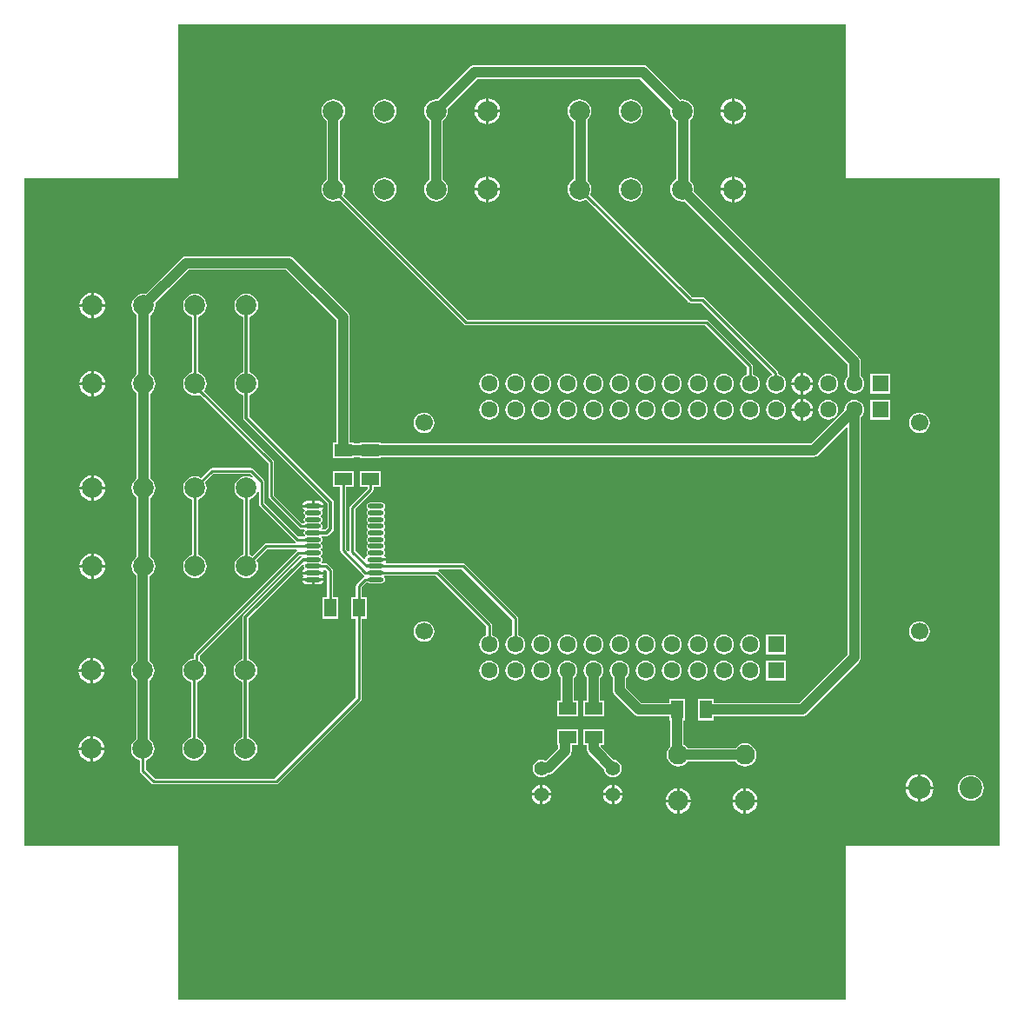
<source format=gbl>
G04*
G04 #@! TF.GenerationSoftware,Altium Limited,Altium Designer,20.0.11 (256)*
G04*
G04 Layer_Physical_Order=2*
G04 Layer_Color=16711680*
%FSLAX44Y44*%
%MOMM*%
G71*
G01*
G75*
%ADD10C,0.2540*%
%ADD19C,1.0000*%
%ADD21C,2.0000*%
%ADD22C,1.9400*%
%ADD23C,2.2000*%
%ADD24C,1.4000*%
%ADD25C,1.6100*%
%ADD26R,1.6100X1.6100*%
%ADD27C,1.1000*%
%ADD28C,1.7000*%
%ADD29R,1.2500X1.7500*%
%ADD30O,1.6000X0.4500*%
%ADD31R,1.7500X1.2500*%
%ADD32C,0.3000*%
G36*
X1675000Y1700000D02*
X1825000D01*
Y1050000D01*
X1675000D01*
Y900000D01*
X1025000D01*
Y1050000D01*
X875000D01*
Y1700000D01*
X1025000D01*
Y1850000D01*
X1675000D01*
Y1700000D01*
D02*
G37*
%LPC*%
G36*
X1566850Y1777781D02*
Y1766570D01*
X1578061D01*
X1577797Y1768574D01*
X1576534Y1771624D01*
X1574524Y1774244D01*
X1571904Y1776254D01*
X1568854Y1777517D01*
X1566850Y1777781D01*
D02*
G37*
G36*
X1564310D02*
X1562306Y1777517D01*
X1559256Y1776254D01*
X1556636Y1774244D01*
X1554626Y1771624D01*
X1553363Y1768574D01*
X1553099Y1766570D01*
X1564310D01*
Y1777781D01*
D02*
G37*
G36*
X1327150D02*
Y1766570D01*
X1338361D01*
X1338097Y1768574D01*
X1336834Y1771624D01*
X1334824Y1774244D01*
X1332204Y1776254D01*
X1329154Y1777517D01*
X1327150Y1777781D01*
D02*
G37*
G36*
X1324610D02*
X1322606Y1777517D01*
X1319556Y1776254D01*
X1316936Y1774244D01*
X1314926Y1771624D01*
X1313663Y1768574D01*
X1313399Y1766570D01*
X1324610D01*
Y1777781D01*
D02*
G37*
G36*
X1465580Y1776899D02*
X1462578Y1776504D01*
X1459780Y1775345D01*
X1457378Y1773502D01*
X1455535Y1771100D01*
X1454376Y1768302D01*
X1453981Y1765300D01*
X1454376Y1762298D01*
X1455535Y1759500D01*
X1457378Y1757098D01*
X1459780Y1755255D01*
X1462578Y1754096D01*
X1465580Y1753701D01*
X1468582Y1754096D01*
X1471380Y1755255D01*
X1473782Y1757098D01*
X1475625Y1759500D01*
X1476784Y1762298D01*
X1477179Y1765300D01*
X1476784Y1768302D01*
X1475625Y1771100D01*
X1473782Y1773502D01*
X1471380Y1775345D01*
X1468582Y1776504D01*
X1465580Y1776899D01*
D02*
G37*
G36*
X1225880D02*
X1222878Y1776504D01*
X1220080Y1775345D01*
X1217678Y1773502D01*
X1215835Y1771100D01*
X1214676Y1768302D01*
X1214281Y1765300D01*
X1214676Y1762298D01*
X1215835Y1759500D01*
X1217678Y1757098D01*
X1220080Y1755255D01*
X1222878Y1754096D01*
X1225880Y1753701D01*
X1228882Y1754096D01*
X1231680Y1755255D01*
X1234082Y1757098D01*
X1235925Y1759500D01*
X1237084Y1762298D01*
X1237479Y1765300D01*
X1237084Y1768302D01*
X1235925Y1771100D01*
X1234082Y1773502D01*
X1231680Y1775345D01*
X1228882Y1776504D01*
X1225880Y1776899D01*
D02*
G37*
G36*
X1578061Y1764030D02*
X1566850D01*
Y1752819D01*
X1568854Y1753083D01*
X1571904Y1754346D01*
X1574524Y1756356D01*
X1576534Y1758976D01*
X1577797Y1762026D01*
X1578061Y1764030D01*
D02*
G37*
G36*
X1564310D02*
X1553099D01*
X1553363Y1762026D01*
X1554626Y1758976D01*
X1556636Y1756356D01*
X1559256Y1754346D01*
X1562306Y1753083D01*
X1564310Y1752819D01*
Y1764030D01*
D02*
G37*
G36*
X1338361D02*
X1327150D01*
Y1752819D01*
X1329154Y1753083D01*
X1332204Y1754346D01*
X1334824Y1756356D01*
X1336834Y1758976D01*
X1338097Y1762026D01*
X1338361Y1764030D01*
D02*
G37*
G36*
X1324610D02*
X1313399D01*
X1313663Y1762026D01*
X1314926Y1758976D01*
X1316936Y1756356D01*
X1319556Y1754346D01*
X1322606Y1753083D01*
X1324610Y1752819D01*
Y1764030D01*
D02*
G37*
G36*
X1566850Y1701581D02*
Y1690370D01*
X1578061D01*
X1577797Y1692374D01*
X1576534Y1695424D01*
X1574524Y1698044D01*
X1571904Y1700054D01*
X1568854Y1701317D01*
X1566850Y1701581D01*
D02*
G37*
G36*
X1564310D02*
X1562306Y1701317D01*
X1559256Y1700054D01*
X1556636Y1698044D01*
X1554626Y1695424D01*
X1553363Y1692374D01*
X1553099Y1690370D01*
X1564310D01*
Y1701581D01*
D02*
G37*
G36*
X1327150D02*
Y1690370D01*
X1338361D01*
X1338097Y1692374D01*
X1336834Y1695424D01*
X1334824Y1698044D01*
X1332204Y1700054D01*
X1329154Y1701317D01*
X1327150Y1701581D01*
D02*
G37*
G36*
X1324610D02*
X1322606Y1701317D01*
X1319556Y1700054D01*
X1316936Y1698044D01*
X1314926Y1695424D01*
X1313663Y1692374D01*
X1313399Y1690370D01*
X1324610D01*
Y1701581D01*
D02*
G37*
G36*
X1465580Y1700699D02*
X1462578Y1700304D01*
X1459780Y1699145D01*
X1457378Y1697302D01*
X1455535Y1694900D01*
X1454376Y1692102D01*
X1453981Y1689100D01*
X1454376Y1686098D01*
X1455535Y1683300D01*
X1457378Y1680898D01*
X1459780Y1679055D01*
X1462578Y1677896D01*
X1465580Y1677501D01*
X1468582Y1677896D01*
X1471380Y1679055D01*
X1473782Y1680898D01*
X1475625Y1683300D01*
X1476784Y1686098D01*
X1477179Y1689100D01*
X1476784Y1692102D01*
X1475625Y1694900D01*
X1473782Y1697302D01*
X1471380Y1699145D01*
X1468582Y1700304D01*
X1465580Y1700699D01*
D02*
G37*
G36*
X1225880D02*
X1222878Y1700304D01*
X1220080Y1699145D01*
X1217678Y1697302D01*
X1215835Y1694900D01*
X1214676Y1692102D01*
X1214281Y1689100D01*
X1214676Y1686098D01*
X1215835Y1683300D01*
X1217678Y1680898D01*
X1220080Y1679055D01*
X1222878Y1677896D01*
X1225880Y1677501D01*
X1228882Y1677896D01*
X1231680Y1679055D01*
X1234082Y1680898D01*
X1235925Y1683300D01*
X1237084Y1686098D01*
X1237479Y1689100D01*
X1237084Y1692102D01*
X1235925Y1694900D01*
X1234082Y1697302D01*
X1231680Y1699145D01*
X1228882Y1700304D01*
X1225880Y1700699D01*
D02*
G37*
G36*
X1578061Y1687830D02*
X1566850D01*
Y1676619D01*
X1568854Y1676883D01*
X1571904Y1678146D01*
X1574524Y1680156D01*
X1576534Y1682776D01*
X1577797Y1685826D01*
X1578061Y1687830D01*
D02*
G37*
G36*
X1564310D02*
X1553099D01*
X1553363Y1685826D01*
X1554626Y1682776D01*
X1556636Y1680156D01*
X1559256Y1678146D01*
X1562306Y1676883D01*
X1564310Y1676619D01*
Y1687830D01*
D02*
G37*
G36*
X1338361D02*
X1327150D01*
Y1676619D01*
X1329154Y1676883D01*
X1332204Y1678146D01*
X1334824Y1680156D01*
X1336834Y1682776D01*
X1338097Y1685826D01*
X1338361Y1687830D01*
D02*
G37*
G36*
X1324610D02*
X1313399D01*
X1313663Y1685826D01*
X1314926Y1682776D01*
X1316936Y1680156D01*
X1319556Y1678146D01*
X1322606Y1676883D01*
X1324610Y1676619D01*
Y1687830D01*
D02*
G37*
G36*
X942380Y1588521D02*
Y1577310D01*
X953591D01*
X953327Y1579314D01*
X952064Y1582364D01*
X950054Y1584984D01*
X947434Y1586994D01*
X944384Y1588257D01*
X942380Y1588521D01*
D02*
G37*
G36*
X939840D02*
X937836Y1588257D01*
X934786Y1586994D01*
X932166Y1584984D01*
X930156Y1582364D01*
X928893Y1579314D01*
X928629Y1577310D01*
X939840D01*
Y1588521D01*
D02*
G37*
G36*
X953591Y1574770D02*
X942380D01*
Y1563559D01*
X944384Y1563823D01*
X947434Y1565086D01*
X950054Y1567096D01*
X952064Y1569716D01*
X953327Y1572766D01*
X953591Y1574770D01*
D02*
G37*
G36*
X939840D02*
X928629D01*
X928893Y1572766D01*
X930156Y1569716D01*
X932166Y1567096D01*
X934786Y1565086D01*
X937836Y1563823D01*
X939840Y1563559D01*
Y1574770D01*
D02*
G37*
G36*
X942380Y1512321D02*
Y1501110D01*
X953591D01*
X953327Y1503114D01*
X952064Y1506164D01*
X950054Y1508784D01*
X947434Y1510794D01*
X944384Y1512057D01*
X942380Y1512321D01*
D02*
G37*
G36*
X1633730Y1510354D02*
Y1501110D01*
X1642974D01*
X1642777Y1502605D01*
X1641710Y1505181D01*
X1640013Y1507393D01*
X1637801Y1509090D01*
X1635224Y1510157D01*
X1633730Y1510354D01*
D02*
G37*
G36*
X1631190D02*
X1629695Y1510157D01*
X1627119Y1509090D01*
X1624907Y1507393D01*
X1623210Y1505181D01*
X1622143Y1502605D01*
X1621946Y1501110D01*
X1631190D01*
Y1510354D01*
D02*
G37*
G36*
X939840Y1512321D02*
X937836Y1512057D01*
X934786Y1510794D01*
X932166Y1508784D01*
X930156Y1506164D01*
X928893Y1503114D01*
X928629Y1501110D01*
X939840D01*
Y1512321D01*
D02*
G37*
G36*
X1718210Y1509390D02*
X1699110D01*
Y1490290D01*
X1718210D01*
Y1509390D01*
D02*
G37*
G36*
X1477480Y1809956D02*
X1313180D01*
X1311483Y1809733D01*
X1309902Y1809078D01*
X1308544Y1808036D01*
X1277230Y1776721D01*
X1275880Y1776899D01*
X1272878Y1776504D01*
X1270080Y1775345D01*
X1267678Y1773502D01*
X1265835Y1771100D01*
X1264676Y1768302D01*
X1264281Y1765300D01*
X1264676Y1762298D01*
X1265835Y1759500D01*
X1267678Y1757098D01*
X1269324Y1755835D01*
Y1698565D01*
X1267678Y1697302D01*
X1265835Y1694900D01*
X1264676Y1692102D01*
X1264281Y1689100D01*
X1264676Y1686098D01*
X1265835Y1683300D01*
X1267678Y1680898D01*
X1270080Y1679055D01*
X1272878Y1677896D01*
X1275880Y1677501D01*
X1278882Y1677896D01*
X1281680Y1679055D01*
X1284082Y1680898D01*
X1285925Y1683300D01*
X1287084Y1686098D01*
X1287479Y1689100D01*
X1287084Y1692102D01*
X1285925Y1694900D01*
X1284082Y1697302D01*
X1282436Y1698565D01*
Y1755835D01*
X1284082Y1757098D01*
X1285925Y1759500D01*
X1287084Y1762298D01*
X1287479Y1765300D01*
X1287115Y1768064D01*
X1315896Y1796844D01*
X1474764D01*
X1504252Y1767357D01*
X1503981Y1765300D01*
X1504376Y1762298D01*
X1505535Y1759500D01*
X1507378Y1757098D01*
X1509780Y1755255D01*
X1510334Y1755025D01*
Y1699375D01*
X1509780Y1699145D01*
X1507378Y1697302D01*
X1505535Y1694900D01*
X1504376Y1692102D01*
X1503981Y1689100D01*
X1504376Y1686098D01*
X1505535Y1683300D01*
X1507378Y1680898D01*
X1509780Y1679055D01*
X1512578Y1677896D01*
X1515580Y1677501D01*
X1517637Y1677771D01*
X1676704Y1518704D01*
Y1506847D01*
X1676449Y1506651D01*
X1674918Y1504656D01*
X1673956Y1502333D01*
X1673628Y1499840D01*
X1673956Y1497347D01*
X1674918Y1495024D01*
X1676449Y1493029D01*
X1678444Y1491498D01*
X1680767Y1490536D01*
X1683260Y1490208D01*
X1685753Y1490536D01*
X1688076Y1491498D01*
X1690071Y1493029D01*
X1691602Y1495024D01*
X1692564Y1497347D01*
X1692892Y1499840D01*
X1692564Y1502333D01*
X1691602Y1504656D01*
X1690071Y1506651D01*
X1689816Y1506847D01*
Y1521420D01*
X1689593Y1523117D01*
X1688938Y1524698D01*
X1687896Y1526056D01*
X1526909Y1687043D01*
X1527179Y1689100D01*
X1526784Y1692102D01*
X1525625Y1694900D01*
X1523782Y1697302D01*
X1523446Y1697560D01*
Y1756840D01*
X1523782Y1757098D01*
X1525625Y1759500D01*
X1526784Y1762298D01*
X1527179Y1765300D01*
X1526784Y1768302D01*
X1525625Y1771100D01*
X1523782Y1773502D01*
X1521380Y1775345D01*
X1518582Y1776504D01*
X1515580Y1776899D01*
X1513523Y1776629D01*
X1482116Y1808036D01*
X1480758Y1809078D01*
X1479177Y1809733D01*
X1477480Y1809956D01*
D02*
G37*
G36*
X1657860Y1509472D02*
X1655367Y1509144D01*
X1653044Y1508182D01*
X1651049Y1506651D01*
X1649518Y1504656D01*
X1648556Y1502333D01*
X1648228Y1499840D01*
X1648556Y1497347D01*
X1649518Y1495024D01*
X1651049Y1493029D01*
X1653044Y1491498D01*
X1655367Y1490536D01*
X1657860Y1490208D01*
X1660353Y1490536D01*
X1662676Y1491498D01*
X1664671Y1493029D01*
X1666202Y1495024D01*
X1667164Y1497347D01*
X1667492Y1499840D01*
X1667164Y1502333D01*
X1666202Y1504656D01*
X1664671Y1506651D01*
X1662676Y1508182D01*
X1660353Y1509144D01*
X1657860Y1509472D01*
D02*
G37*
G36*
X1415580Y1776899D02*
X1412578Y1776504D01*
X1409780Y1775345D01*
X1407378Y1773502D01*
X1405535Y1771100D01*
X1404376Y1768302D01*
X1403981Y1765300D01*
X1404376Y1762298D01*
X1405535Y1759500D01*
X1407378Y1757098D01*
X1409780Y1755255D01*
X1410334Y1755025D01*
Y1699375D01*
X1409780Y1699145D01*
X1407378Y1697302D01*
X1405535Y1694900D01*
X1404376Y1692102D01*
X1403981Y1689100D01*
X1404376Y1686098D01*
X1405535Y1683300D01*
X1407378Y1680898D01*
X1409780Y1679055D01*
X1412578Y1677896D01*
X1415580Y1677501D01*
X1418582Y1677896D01*
X1421380Y1679055D01*
X1421893Y1679448D01*
X1522075Y1579266D01*
X1522075Y1579266D01*
X1522991Y1578654D01*
X1524072Y1578439D01*
X1534373D01*
X1602959Y1509853D01*
X1602661Y1508355D01*
X1602244Y1508182D01*
X1600249Y1506651D01*
X1598718Y1504656D01*
X1597756Y1502333D01*
X1597428Y1499840D01*
X1597756Y1497347D01*
X1598718Y1495024D01*
X1600249Y1493029D01*
X1602244Y1491498D01*
X1604567Y1490536D01*
X1607060Y1490208D01*
X1609553Y1490536D01*
X1611876Y1491498D01*
X1613871Y1493029D01*
X1615402Y1495024D01*
X1616364Y1497347D01*
X1616692Y1499840D01*
X1616364Y1502333D01*
X1615402Y1504656D01*
X1613871Y1506651D01*
X1611876Y1508182D01*
X1609553Y1509144D01*
X1609418Y1509162D01*
Y1510212D01*
X1609203Y1511293D01*
X1608591Y1512209D01*
X1608591Y1512209D01*
X1537540Y1583260D01*
X1536624Y1583872D01*
X1535543Y1584087D01*
X1535543Y1584087D01*
X1525242D01*
X1425743Y1683586D01*
X1426784Y1686098D01*
X1427179Y1689100D01*
X1426784Y1692102D01*
X1425625Y1694900D01*
X1423782Y1697302D01*
X1423446Y1697560D01*
Y1756840D01*
X1423782Y1757098D01*
X1425625Y1759500D01*
X1426784Y1762298D01*
X1427179Y1765300D01*
X1426784Y1768302D01*
X1425625Y1771100D01*
X1423782Y1773502D01*
X1421380Y1775345D01*
X1418582Y1776504D01*
X1415580Y1776899D01*
D02*
G37*
G36*
X1175880D02*
X1172878Y1776504D01*
X1170080Y1775345D01*
X1167678Y1773502D01*
X1165835Y1771100D01*
X1164676Y1768302D01*
X1164281Y1765300D01*
X1164676Y1762298D01*
X1165835Y1759500D01*
X1167678Y1757098D01*
X1169324Y1755835D01*
Y1698565D01*
X1167678Y1697302D01*
X1165835Y1694900D01*
X1164676Y1692102D01*
X1164281Y1689100D01*
X1164676Y1686098D01*
X1165835Y1683300D01*
X1167678Y1680898D01*
X1170080Y1679055D01*
X1172878Y1677896D01*
X1175880Y1677501D01*
X1178882Y1677896D01*
X1181680Y1679055D01*
X1181822Y1679164D01*
X1303423Y1557563D01*
X1303423Y1557563D01*
X1304339Y1556951D01*
X1305420Y1556736D01*
X1538070D01*
X1578836Y1515970D01*
Y1509007D01*
X1576844Y1508182D01*
X1574849Y1506651D01*
X1573318Y1504656D01*
X1572356Y1502333D01*
X1572028Y1499840D01*
X1572356Y1497347D01*
X1573318Y1495024D01*
X1574849Y1493029D01*
X1576844Y1491498D01*
X1579167Y1490536D01*
X1581660Y1490208D01*
X1584153Y1490536D01*
X1586476Y1491498D01*
X1588471Y1493029D01*
X1590002Y1495024D01*
X1590964Y1497347D01*
X1591292Y1499840D01*
X1590964Y1502333D01*
X1590002Y1504656D01*
X1588471Y1506651D01*
X1586476Y1508182D01*
X1584484Y1509007D01*
Y1517140D01*
X1584269Y1518221D01*
X1583657Y1519137D01*
X1583657Y1519137D01*
X1541237Y1561557D01*
X1540321Y1562169D01*
X1539240Y1562384D01*
X1539240Y1562384D01*
X1306590D01*
X1185816Y1683158D01*
X1185925Y1683300D01*
X1187084Y1686098D01*
X1187479Y1689100D01*
X1187084Y1692102D01*
X1185925Y1694900D01*
X1184082Y1697302D01*
X1182436Y1698565D01*
Y1755835D01*
X1184082Y1757098D01*
X1185925Y1759500D01*
X1187084Y1762298D01*
X1187479Y1765300D01*
X1187084Y1768302D01*
X1185925Y1771100D01*
X1184082Y1773502D01*
X1181680Y1775345D01*
X1178882Y1776504D01*
X1175880Y1776899D01*
D02*
G37*
G36*
X1556260Y1509472D02*
X1553767Y1509144D01*
X1551444Y1508182D01*
X1549449Y1506651D01*
X1547918Y1504656D01*
X1546956Y1502333D01*
X1546628Y1499840D01*
X1546956Y1497347D01*
X1547918Y1495024D01*
X1549449Y1493029D01*
X1551444Y1491498D01*
X1553767Y1490536D01*
X1556260Y1490208D01*
X1558753Y1490536D01*
X1561076Y1491498D01*
X1563071Y1493029D01*
X1564602Y1495024D01*
X1565564Y1497347D01*
X1565892Y1499840D01*
X1565564Y1502333D01*
X1564602Y1504656D01*
X1563071Y1506651D01*
X1561076Y1508182D01*
X1558753Y1509144D01*
X1556260Y1509472D01*
D02*
G37*
G36*
X1530860D02*
X1528367Y1509144D01*
X1526044Y1508182D01*
X1524049Y1506651D01*
X1522518Y1504656D01*
X1521556Y1502333D01*
X1521228Y1499840D01*
X1521556Y1497347D01*
X1522518Y1495024D01*
X1524049Y1493029D01*
X1526044Y1491498D01*
X1528367Y1490536D01*
X1530860Y1490208D01*
X1533353Y1490536D01*
X1535676Y1491498D01*
X1537671Y1493029D01*
X1539202Y1495024D01*
X1540164Y1497347D01*
X1540492Y1499840D01*
X1540164Y1502333D01*
X1539202Y1504656D01*
X1537671Y1506651D01*
X1535676Y1508182D01*
X1533353Y1509144D01*
X1530860Y1509472D01*
D02*
G37*
G36*
X1505460D02*
X1502967Y1509144D01*
X1500644Y1508182D01*
X1498649Y1506651D01*
X1497118Y1504656D01*
X1496156Y1502333D01*
X1495828Y1499840D01*
X1496156Y1497347D01*
X1497118Y1495024D01*
X1498649Y1493029D01*
X1500644Y1491498D01*
X1502967Y1490536D01*
X1505460Y1490208D01*
X1507953Y1490536D01*
X1510276Y1491498D01*
X1512271Y1493029D01*
X1513802Y1495024D01*
X1514764Y1497347D01*
X1515092Y1499840D01*
X1514764Y1502333D01*
X1513802Y1504656D01*
X1512271Y1506651D01*
X1510276Y1508182D01*
X1507953Y1509144D01*
X1505460Y1509472D01*
D02*
G37*
G36*
X1480060D02*
X1477567Y1509144D01*
X1475244Y1508182D01*
X1473249Y1506651D01*
X1471718Y1504656D01*
X1470756Y1502333D01*
X1470428Y1499840D01*
X1470756Y1497347D01*
X1471718Y1495024D01*
X1473249Y1493029D01*
X1475244Y1491498D01*
X1477567Y1490536D01*
X1480060Y1490208D01*
X1482553Y1490536D01*
X1484876Y1491498D01*
X1486871Y1493029D01*
X1488402Y1495024D01*
X1489364Y1497347D01*
X1489692Y1499840D01*
X1489364Y1502333D01*
X1488402Y1504656D01*
X1486871Y1506651D01*
X1484876Y1508182D01*
X1482553Y1509144D01*
X1480060Y1509472D01*
D02*
G37*
G36*
X1454660D02*
X1452167Y1509144D01*
X1449844Y1508182D01*
X1447849Y1506651D01*
X1446318Y1504656D01*
X1445356Y1502333D01*
X1445028Y1499840D01*
X1445356Y1497347D01*
X1446318Y1495024D01*
X1447849Y1493029D01*
X1449844Y1491498D01*
X1452167Y1490536D01*
X1454660Y1490208D01*
X1457153Y1490536D01*
X1459476Y1491498D01*
X1461471Y1493029D01*
X1463002Y1495024D01*
X1463964Y1497347D01*
X1464292Y1499840D01*
X1463964Y1502333D01*
X1463002Y1504656D01*
X1461471Y1506651D01*
X1459476Y1508182D01*
X1457153Y1509144D01*
X1454660Y1509472D01*
D02*
G37*
G36*
X1429260D02*
X1426767Y1509144D01*
X1424444Y1508182D01*
X1422449Y1506651D01*
X1420918Y1504656D01*
X1419956Y1502333D01*
X1419628Y1499840D01*
X1419956Y1497347D01*
X1420918Y1495024D01*
X1422449Y1493029D01*
X1424444Y1491498D01*
X1426767Y1490536D01*
X1429260Y1490208D01*
X1431753Y1490536D01*
X1434076Y1491498D01*
X1436071Y1493029D01*
X1437602Y1495024D01*
X1438564Y1497347D01*
X1438892Y1499840D01*
X1438564Y1502333D01*
X1437602Y1504656D01*
X1436071Y1506651D01*
X1434076Y1508182D01*
X1431753Y1509144D01*
X1429260Y1509472D01*
D02*
G37*
G36*
X1403860D02*
X1401367Y1509144D01*
X1399044Y1508182D01*
X1397049Y1506651D01*
X1395518Y1504656D01*
X1394556Y1502333D01*
X1394228Y1499840D01*
X1394556Y1497347D01*
X1395518Y1495024D01*
X1397049Y1493029D01*
X1399044Y1491498D01*
X1401367Y1490536D01*
X1403860Y1490208D01*
X1406353Y1490536D01*
X1408676Y1491498D01*
X1410671Y1493029D01*
X1412202Y1495024D01*
X1413164Y1497347D01*
X1413492Y1499840D01*
X1413164Y1502333D01*
X1412202Y1504656D01*
X1410671Y1506651D01*
X1408676Y1508182D01*
X1406353Y1509144D01*
X1403860Y1509472D01*
D02*
G37*
G36*
X1378460D02*
X1375967Y1509144D01*
X1373644Y1508182D01*
X1371649Y1506651D01*
X1370118Y1504656D01*
X1369156Y1502333D01*
X1368828Y1499840D01*
X1369156Y1497347D01*
X1370118Y1495024D01*
X1371649Y1493029D01*
X1373644Y1491498D01*
X1375967Y1490536D01*
X1378460Y1490208D01*
X1380953Y1490536D01*
X1383276Y1491498D01*
X1385271Y1493029D01*
X1386802Y1495024D01*
X1387764Y1497347D01*
X1388092Y1499840D01*
X1387764Y1502333D01*
X1386802Y1504656D01*
X1385271Y1506651D01*
X1383276Y1508182D01*
X1380953Y1509144D01*
X1378460Y1509472D01*
D02*
G37*
G36*
X1353060D02*
X1350567Y1509144D01*
X1348244Y1508182D01*
X1346249Y1506651D01*
X1344718Y1504656D01*
X1343756Y1502333D01*
X1343428Y1499840D01*
X1343756Y1497347D01*
X1344718Y1495024D01*
X1346249Y1493029D01*
X1348244Y1491498D01*
X1350567Y1490536D01*
X1353060Y1490208D01*
X1355553Y1490536D01*
X1357876Y1491498D01*
X1359871Y1493029D01*
X1361402Y1495024D01*
X1362364Y1497347D01*
X1362692Y1499840D01*
X1362364Y1502333D01*
X1361402Y1504656D01*
X1359871Y1506651D01*
X1357876Y1508182D01*
X1355553Y1509144D01*
X1353060Y1509472D01*
D02*
G37*
G36*
X1327660D02*
X1325167Y1509144D01*
X1322844Y1508182D01*
X1320849Y1506651D01*
X1319318Y1504656D01*
X1318356Y1502333D01*
X1318028Y1499840D01*
X1318356Y1497347D01*
X1319318Y1495024D01*
X1320849Y1493029D01*
X1322844Y1491498D01*
X1325167Y1490536D01*
X1327660Y1490208D01*
X1330153Y1490536D01*
X1332476Y1491498D01*
X1334471Y1493029D01*
X1336002Y1495024D01*
X1336964Y1497347D01*
X1337292Y1499840D01*
X1336964Y1502333D01*
X1336002Y1504656D01*
X1334471Y1506651D01*
X1332476Y1508182D01*
X1330153Y1509144D01*
X1327660Y1509472D01*
D02*
G37*
G36*
X1642974Y1498570D02*
X1633730D01*
Y1489326D01*
X1635224Y1489523D01*
X1637801Y1490590D01*
X1640013Y1492287D01*
X1641710Y1494499D01*
X1642777Y1497076D01*
X1642974Y1498570D01*
D02*
G37*
G36*
X1631190D02*
X1621946D01*
X1622143Y1497076D01*
X1623210Y1494499D01*
X1624907Y1492287D01*
X1627119Y1490590D01*
X1629695Y1489523D01*
X1631190Y1489326D01*
Y1498570D01*
D02*
G37*
G36*
X953591D02*
X942380D01*
Y1487359D01*
X944384Y1487623D01*
X947434Y1488886D01*
X950054Y1490896D01*
X952064Y1493516D01*
X953327Y1496566D01*
X953591Y1498570D01*
D02*
G37*
G36*
X939840D02*
X928629D01*
X928893Y1496566D01*
X930156Y1493516D01*
X932166Y1490896D01*
X934786Y1488886D01*
X937836Y1487623D01*
X939840Y1487359D01*
Y1498570D01*
D02*
G37*
G36*
X1633730Y1484954D02*
Y1475710D01*
X1642974D01*
X1642777Y1477204D01*
X1641710Y1479781D01*
X1640013Y1481993D01*
X1637801Y1483690D01*
X1635224Y1484757D01*
X1633730Y1484954D01*
D02*
G37*
G36*
X1631190D02*
X1629695Y1484757D01*
X1627119Y1483690D01*
X1624907Y1481993D01*
X1623210Y1479781D01*
X1622143Y1477204D01*
X1621946Y1475710D01*
X1631190D01*
Y1484954D01*
D02*
G37*
G36*
X1718210Y1483990D02*
X1699110D01*
Y1464890D01*
X1718210D01*
Y1483990D01*
D02*
G37*
G36*
X1657860Y1484072D02*
X1655367Y1483744D01*
X1653044Y1482782D01*
X1651049Y1481251D01*
X1649518Y1479256D01*
X1648556Y1476933D01*
X1648228Y1474440D01*
X1648556Y1471947D01*
X1649518Y1469624D01*
X1651049Y1467629D01*
X1653044Y1466098D01*
X1655367Y1465136D01*
X1657860Y1464808D01*
X1660353Y1465136D01*
X1662676Y1466098D01*
X1664671Y1467629D01*
X1666202Y1469624D01*
X1667164Y1471947D01*
X1667492Y1474440D01*
X1667164Y1476933D01*
X1666202Y1479256D01*
X1664671Y1481251D01*
X1662676Y1482782D01*
X1660353Y1483744D01*
X1657860Y1484072D01*
D02*
G37*
G36*
X1607060D02*
X1604567Y1483744D01*
X1602244Y1482782D01*
X1600249Y1481251D01*
X1598718Y1479256D01*
X1597756Y1476933D01*
X1597428Y1474440D01*
X1597756Y1471947D01*
X1598718Y1469624D01*
X1600249Y1467629D01*
X1602244Y1466098D01*
X1604567Y1465136D01*
X1607060Y1464808D01*
X1609553Y1465136D01*
X1611876Y1466098D01*
X1613871Y1467629D01*
X1615402Y1469624D01*
X1616364Y1471947D01*
X1616692Y1474440D01*
X1616364Y1476933D01*
X1615402Y1479256D01*
X1613871Y1481251D01*
X1611876Y1482782D01*
X1609553Y1483744D01*
X1607060Y1484072D01*
D02*
G37*
G36*
X1581660D02*
X1579167Y1483744D01*
X1576844Y1482782D01*
X1574849Y1481251D01*
X1573318Y1479256D01*
X1572356Y1476933D01*
X1572028Y1474440D01*
X1572356Y1471947D01*
X1573318Y1469624D01*
X1574849Y1467629D01*
X1576844Y1466098D01*
X1579167Y1465136D01*
X1581660Y1464808D01*
X1584153Y1465136D01*
X1586476Y1466098D01*
X1588471Y1467629D01*
X1590002Y1469624D01*
X1590964Y1471947D01*
X1591292Y1474440D01*
X1590964Y1476933D01*
X1590002Y1479256D01*
X1588471Y1481251D01*
X1586476Y1482782D01*
X1584153Y1483744D01*
X1581660Y1484072D01*
D02*
G37*
G36*
X1556260D02*
X1553767Y1483744D01*
X1551444Y1482782D01*
X1549449Y1481251D01*
X1547918Y1479256D01*
X1546956Y1476933D01*
X1546628Y1474440D01*
X1546956Y1471947D01*
X1547918Y1469624D01*
X1549449Y1467629D01*
X1551444Y1466098D01*
X1553767Y1465136D01*
X1556260Y1464808D01*
X1558753Y1465136D01*
X1561076Y1466098D01*
X1563071Y1467629D01*
X1564602Y1469624D01*
X1565564Y1471947D01*
X1565892Y1474440D01*
X1565564Y1476933D01*
X1564602Y1479256D01*
X1563071Y1481251D01*
X1561076Y1482782D01*
X1558753Y1483744D01*
X1556260Y1484072D01*
D02*
G37*
G36*
X1530860D02*
X1528367Y1483744D01*
X1526044Y1482782D01*
X1524049Y1481251D01*
X1522518Y1479256D01*
X1521556Y1476933D01*
X1521228Y1474440D01*
X1521556Y1471947D01*
X1522518Y1469624D01*
X1524049Y1467629D01*
X1526044Y1466098D01*
X1528367Y1465136D01*
X1530860Y1464808D01*
X1533353Y1465136D01*
X1535676Y1466098D01*
X1537671Y1467629D01*
X1539202Y1469624D01*
X1540164Y1471947D01*
X1540492Y1474440D01*
X1540164Y1476933D01*
X1539202Y1479256D01*
X1537671Y1481251D01*
X1535676Y1482782D01*
X1533353Y1483744D01*
X1530860Y1484072D01*
D02*
G37*
G36*
X1505460D02*
X1502967Y1483744D01*
X1500644Y1482782D01*
X1498649Y1481251D01*
X1497118Y1479256D01*
X1496156Y1476933D01*
X1495828Y1474440D01*
X1496156Y1471947D01*
X1497118Y1469624D01*
X1498649Y1467629D01*
X1500644Y1466098D01*
X1502967Y1465136D01*
X1505460Y1464808D01*
X1507953Y1465136D01*
X1510276Y1466098D01*
X1512271Y1467629D01*
X1513802Y1469624D01*
X1514764Y1471947D01*
X1515092Y1474440D01*
X1514764Y1476933D01*
X1513802Y1479256D01*
X1512271Y1481251D01*
X1510276Y1482782D01*
X1507953Y1483744D01*
X1505460Y1484072D01*
D02*
G37*
G36*
X1480060D02*
X1477567Y1483744D01*
X1475244Y1482782D01*
X1473249Y1481251D01*
X1471718Y1479256D01*
X1470756Y1476933D01*
X1470428Y1474440D01*
X1470756Y1471947D01*
X1471718Y1469624D01*
X1473249Y1467629D01*
X1475244Y1466098D01*
X1477567Y1465136D01*
X1480060Y1464808D01*
X1482553Y1465136D01*
X1484876Y1466098D01*
X1486871Y1467629D01*
X1488402Y1469624D01*
X1489364Y1471947D01*
X1489692Y1474440D01*
X1489364Y1476933D01*
X1488402Y1479256D01*
X1486871Y1481251D01*
X1484876Y1482782D01*
X1482553Y1483744D01*
X1480060Y1484072D01*
D02*
G37*
G36*
X1454660D02*
X1452167Y1483744D01*
X1449844Y1482782D01*
X1447849Y1481251D01*
X1446318Y1479256D01*
X1445356Y1476933D01*
X1445028Y1474440D01*
X1445356Y1471947D01*
X1446318Y1469624D01*
X1447849Y1467629D01*
X1449844Y1466098D01*
X1452167Y1465136D01*
X1454660Y1464808D01*
X1457153Y1465136D01*
X1459476Y1466098D01*
X1461471Y1467629D01*
X1463002Y1469624D01*
X1463964Y1471947D01*
X1464292Y1474440D01*
X1463964Y1476933D01*
X1463002Y1479256D01*
X1461471Y1481251D01*
X1459476Y1482782D01*
X1457153Y1483744D01*
X1454660Y1484072D01*
D02*
G37*
G36*
X1429260D02*
X1426767Y1483744D01*
X1424444Y1482782D01*
X1422449Y1481251D01*
X1420918Y1479256D01*
X1419956Y1476933D01*
X1419628Y1474440D01*
X1419956Y1471947D01*
X1420918Y1469624D01*
X1422449Y1467629D01*
X1424444Y1466098D01*
X1426767Y1465136D01*
X1429260Y1464808D01*
X1431753Y1465136D01*
X1434076Y1466098D01*
X1436071Y1467629D01*
X1437602Y1469624D01*
X1438564Y1471947D01*
X1438892Y1474440D01*
X1438564Y1476933D01*
X1437602Y1479256D01*
X1436071Y1481251D01*
X1434076Y1482782D01*
X1431753Y1483744D01*
X1429260Y1484072D01*
D02*
G37*
G36*
X1403860D02*
X1401367Y1483744D01*
X1399044Y1482782D01*
X1397049Y1481251D01*
X1395518Y1479256D01*
X1394556Y1476933D01*
X1394228Y1474440D01*
X1394556Y1471947D01*
X1395518Y1469624D01*
X1397049Y1467629D01*
X1399044Y1466098D01*
X1401367Y1465136D01*
X1403860Y1464808D01*
X1406353Y1465136D01*
X1408676Y1466098D01*
X1410671Y1467629D01*
X1412202Y1469624D01*
X1413164Y1471947D01*
X1413492Y1474440D01*
X1413164Y1476933D01*
X1412202Y1479256D01*
X1410671Y1481251D01*
X1408676Y1482782D01*
X1406353Y1483744D01*
X1403860Y1484072D01*
D02*
G37*
G36*
X1378460D02*
X1375967Y1483744D01*
X1373644Y1482782D01*
X1371649Y1481251D01*
X1370118Y1479256D01*
X1369156Y1476933D01*
X1368828Y1474440D01*
X1369156Y1471947D01*
X1370118Y1469624D01*
X1371649Y1467629D01*
X1373644Y1466098D01*
X1375967Y1465136D01*
X1378460Y1464808D01*
X1380953Y1465136D01*
X1383276Y1466098D01*
X1385271Y1467629D01*
X1386802Y1469624D01*
X1387764Y1471947D01*
X1388092Y1474440D01*
X1387764Y1476933D01*
X1386802Y1479256D01*
X1385271Y1481251D01*
X1383276Y1482782D01*
X1380953Y1483744D01*
X1378460Y1484072D01*
D02*
G37*
G36*
X1353060D02*
X1350567Y1483744D01*
X1348244Y1482782D01*
X1346249Y1481251D01*
X1344718Y1479256D01*
X1343756Y1476933D01*
X1343428Y1474440D01*
X1343756Y1471947D01*
X1344718Y1469624D01*
X1346249Y1467629D01*
X1348244Y1466098D01*
X1350567Y1465136D01*
X1353060Y1464808D01*
X1355553Y1465136D01*
X1357876Y1466098D01*
X1359871Y1467629D01*
X1361402Y1469624D01*
X1362364Y1471947D01*
X1362692Y1474440D01*
X1362364Y1476933D01*
X1361402Y1479256D01*
X1359871Y1481251D01*
X1357876Y1482782D01*
X1355553Y1483744D01*
X1353060Y1484072D01*
D02*
G37*
G36*
X1327660D02*
X1325167Y1483744D01*
X1322844Y1482782D01*
X1320849Y1481251D01*
X1319318Y1479256D01*
X1318356Y1476933D01*
X1318028Y1474440D01*
X1318356Y1471947D01*
X1319318Y1469624D01*
X1320849Y1467629D01*
X1322844Y1466098D01*
X1325167Y1465136D01*
X1327660Y1464808D01*
X1330153Y1465136D01*
X1332476Y1466098D01*
X1334471Y1467629D01*
X1336002Y1469624D01*
X1336964Y1471947D01*
X1337292Y1474440D01*
X1336964Y1476933D01*
X1336002Y1479256D01*
X1334471Y1481251D01*
X1332476Y1482782D01*
X1330153Y1483744D01*
X1327660Y1484072D01*
D02*
G37*
G36*
X1642974Y1473170D02*
X1633730D01*
Y1463926D01*
X1635224Y1464123D01*
X1637801Y1465190D01*
X1640013Y1466887D01*
X1641710Y1469099D01*
X1642777Y1471676D01*
X1642974Y1473170D01*
D02*
G37*
G36*
X1631190D02*
X1621946D01*
X1622143Y1471676D01*
X1623210Y1469099D01*
X1624907Y1466887D01*
X1627119Y1465190D01*
X1629695Y1464123D01*
X1631190Y1463926D01*
Y1473170D01*
D02*
G37*
G36*
X1746760Y1471826D02*
X1744149Y1471483D01*
X1741717Y1470475D01*
X1739628Y1468872D01*
X1738025Y1466783D01*
X1737017Y1464350D01*
X1736674Y1461740D01*
X1737017Y1459129D01*
X1738025Y1456697D01*
X1739628Y1454608D01*
X1741717Y1453005D01*
X1744149Y1451997D01*
X1746760Y1451654D01*
X1749371Y1451997D01*
X1751803Y1453005D01*
X1753892Y1454608D01*
X1755495Y1456697D01*
X1756503Y1459129D01*
X1756846Y1461740D01*
X1756503Y1464350D01*
X1755495Y1466783D01*
X1753892Y1468872D01*
X1751803Y1470475D01*
X1749371Y1471483D01*
X1746760Y1471826D01*
D02*
G37*
G36*
X1264160D02*
X1261550Y1471483D01*
X1259117Y1470475D01*
X1257028Y1468872D01*
X1255425Y1466783D01*
X1254417Y1464350D01*
X1254074Y1461740D01*
X1254417Y1459129D01*
X1255425Y1456697D01*
X1257028Y1454608D01*
X1259117Y1453005D01*
X1261550Y1451997D01*
X1264160Y1451654D01*
X1266770Y1451997D01*
X1269203Y1453005D01*
X1271292Y1454608D01*
X1272895Y1456697D01*
X1273903Y1459129D01*
X1274246Y1461740D01*
X1273903Y1464350D01*
X1272895Y1466783D01*
X1271292Y1468872D01*
X1269203Y1470475D01*
X1266770Y1471483D01*
X1264160Y1471826D01*
D02*
G37*
G36*
X942380Y1410721D02*
Y1399510D01*
X953591D01*
X953327Y1401514D01*
X952064Y1404564D01*
X950054Y1407184D01*
X947434Y1409194D01*
X944384Y1410457D01*
X942380Y1410721D01*
D02*
G37*
G36*
X939840D02*
X937836Y1410457D01*
X934786Y1409194D01*
X932166Y1407184D01*
X930156Y1404564D01*
X928893Y1401514D01*
X928629Y1399510D01*
X939840D01*
Y1410721D01*
D02*
G37*
G36*
X953591Y1396970D02*
X942380D01*
Y1385759D01*
X944384Y1386023D01*
X947434Y1387286D01*
X950054Y1389296D01*
X952064Y1391916D01*
X953327Y1394966D01*
X953591Y1396970D01*
D02*
G37*
G36*
X939840D02*
X928629D01*
X928893Y1394966D01*
X930156Y1391916D01*
X932166Y1389296D01*
X934786Y1387286D01*
X937836Y1386023D01*
X939840Y1385759D01*
Y1396970D01*
D02*
G37*
G36*
X1161940Y1385534D02*
X1157460D01*
Y1381920D01*
X1166571D01*
X1166452Y1382519D01*
X1165393Y1384103D01*
X1163809Y1385162D01*
X1161940Y1385534D01*
D02*
G37*
G36*
X1154920D02*
X1150440D01*
X1148571Y1385162D01*
X1146987Y1384103D01*
X1145928Y1382519D01*
X1145809Y1381920D01*
X1154920D01*
Y1385534D01*
D02*
G37*
G36*
X1091110Y1587639D02*
X1088108Y1587244D01*
X1085310Y1586085D01*
X1082908Y1584242D01*
X1081065Y1581840D01*
X1079906Y1579042D01*
X1079511Y1576040D01*
X1079906Y1573038D01*
X1081065Y1570240D01*
X1082908Y1567838D01*
X1085310Y1565995D01*
X1088051Y1564859D01*
Y1511021D01*
X1085310Y1509885D01*
X1082908Y1508042D01*
X1081065Y1505640D01*
X1079906Y1502842D01*
X1079511Y1499840D01*
X1079906Y1496838D01*
X1081065Y1494040D01*
X1082908Y1491638D01*
X1085310Y1489795D01*
X1088051Y1488660D01*
Y1466642D01*
X1088051Y1466642D01*
X1088284Y1465471D01*
X1088947Y1464479D01*
X1170169Y1383257D01*
Y1359883D01*
X1167995Y1357709D01*
X1164926D01*
X1164594Y1358276D01*
X1164398Y1358979D01*
X1165001Y1359882D01*
X1165254Y1361150D01*
X1165001Y1362418D01*
X1164283Y1363493D01*
X1164069Y1363636D01*
Y1365164D01*
X1164283Y1365307D01*
X1165001Y1366382D01*
X1165254Y1367650D01*
X1165001Y1368918D01*
X1164283Y1369993D01*
X1164069Y1370136D01*
Y1371664D01*
X1164283Y1371807D01*
X1165001Y1372882D01*
X1165254Y1374150D01*
X1165001Y1375418D01*
X1164301Y1376467D01*
X1165393Y1377197D01*
X1166452Y1378781D01*
X1166571Y1379380D01*
X1156190D01*
X1145809D01*
X1145928Y1378781D01*
X1146987Y1377197D01*
X1148079Y1376467D01*
X1147379Y1375418D01*
X1147126Y1374150D01*
X1147379Y1372882D01*
X1148097Y1371807D01*
X1148311Y1371664D01*
Y1370136D01*
X1148097Y1369993D01*
X1147379Y1368918D01*
X1147126Y1367650D01*
X1147379Y1366382D01*
X1148097Y1365307D01*
X1148191Y1365244D01*
X1147805Y1363974D01*
X1145448D01*
X1118140Y1391282D01*
Y1423894D01*
X1117925Y1424975D01*
X1117313Y1425891D01*
X1117313Y1425891D01*
X1050291Y1492914D01*
X1051155Y1494040D01*
X1052314Y1496838D01*
X1052709Y1499840D01*
X1052314Y1502842D01*
X1051155Y1505640D01*
X1049312Y1508042D01*
X1046910Y1509885D01*
X1044112Y1511044D01*
X1043934Y1511067D01*
Y1564813D01*
X1044112Y1564836D01*
X1046910Y1565995D01*
X1049312Y1567838D01*
X1051155Y1570240D01*
X1052314Y1573038D01*
X1052709Y1576040D01*
X1052314Y1579042D01*
X1051155Y1581840D01*
X1049312Y1584242D01*
X1046910Y1586085D01*
X1044112Y1587244D01*
X1041110Y1587639D01*
X1038108Y1587244D01*
X1035310Y1586085D01*
X1032908Y1584242D01*
X1031065Y1581840D01*
X1029906Y1579042D01*
X1029511Y1576040D01*
X1029906Y1573038D01*
X1031065Y1570240D01*
X1032908Y1567838D01*
X1035310Y1565995D01*
X1038108Y1564836D01*
X1038286Y1564813D01*
Y1511067D01*
X1038108Y1511044D01*
X1035310Y1509885D01*
X1032908Y1508042D01*
X1031065Y1505640D01*
X1029906Y1502842D01*
X1029511Y1499840D01*
X1029906Y1496838D01*
X1031065Y1494040D01*
X1032908Y1491638D01*
X1035310Y1489795D01*
X1038108Y1488636D01*
X1041110Y1488241D01*
X1044112Y1488636D01*
X1045857Y1489359D01*
X1112492Y1422724D01*
Y1390112D01*
X1112492Y1390112D01*
X1112707Y1389031D01*
X1113319Y1388115D01*
X1142281Y1359153D01*
X1142281Y1359153D01*
X1143197Y1358541D01*
X1144278Y1358326D01*
X1147805D01*
X1148191Y1357056D01*
X1148097Y1356993D01*
X1147379Y1355918D01*
X1147126Y1354650D01*
X1147379Y1353382D01*
X1148097Y1352307D01*
X1148191Y1352244D01*
X1147805Y1350974D01*
X1141684D01*
X1108996Y1383662D01*
Y1404590D01*
X1108996Y1404590D01*
X1108781Y1405671D01*
X1108169Y1406587D01*
X1108169Y1406587D01*
X1097755Y1417001D01*
X1096839Y1417613D01*
X1095758Y1417828D01*
X1095758Y1417828D01*
X1057874D01*
X1057874Y1417828D01*
X1056793Y1417613D01*
X1055877Y1417001D01*
X1047052Y1408176D01*
X1046910Y1408285D01*
X1044112Y1409444D01*
X1041110Y1409839D01*
X1038108Y1409444D01*
X1035310Y1408285D01*
X1032908Y1406442D01*
X1031065Y1404040D01*
X1029906Y1401242D01*
X1029511Y1398240D01*
X1029906Y1395238D01*
X1031065Y1392440D01*
X1032908Y1390038D01*
X1035310Y1388195D01*
X1038108Y1387036D01*
X1038286Y1387013D01*
Y1333267D01*
X1038108Y1333244D01*
X1035310Y1332085D01*
X1032908Y1330242D01*
X1031065Y1327840D01*
X1029906Y1325042D01*
X1029511Y1322040D01*
X1029906Y1319038D01*
X1031065Y1316240D01*
X1032908Y1313838D01*
X1035310Y1311995D01*
X1038108Y1310836D01*
X1041110Y1310441D01*
X1044112Y1310836D01*
X1046910Y1311995D01*
X1049312Y1313838D01*
X1051155Y1316240D01*
X1052314Y1319038D01*
X1052709Y1322040D01*
X1052314Y1325042D01*
X1051155Y1327840D01*
X1049312Y1330242D01*
X1046910Y1332085D01*
X1044112Y1333244D01*
X1043934Y1333267D01*
Y1387013D01*
X1044112Y1387036D01*
X1046910Y1388195D01*
X1049312Y1390038D01*
X1051155Y1392440D01*
X1052314Y1395238D01*
X1052709Y1398240D01*
X1052314Y1401242D01*
X1051155Y1404040D01*
X1051046Y1404182D01*
X1059044Y1412180D01*
X1094588D01*
X1097248Y1409520D01*
X1096529Y1408443D01*
X1094112Y1409444D01*
X1091110Y1409839D01*
X1088108Y1409444D01*
X1085310Y1408285D01*
X1082908Y1406442D01*
X1081065Y1404040D01*
X1079906Y1401242D01*
X1079511Y1398240D01*
X1079906Y1395238D01*
X1081065Y1392440D01*
X1082908Y1390038D01*
X1085310Y1388195D01*
X1088108Y1387036D01*
X1088286Y1387013D01*
Y1333267D01*
X1088108Y1333244D01*
X1085310Y1332085D01*
X1082908Y1330242D01*
X1081065Y1327840D01*
X1079906Y1325042D01*
X1079511Y1322040D01*
X1079906Y1319038D01*
X1081065Y1316240D01*
X1082908Y1313838D01*
X1085310Y1311995D01*
X1088108Y1310836D01*
X1091110Y1310441D01*
X1094112Y1310836D01*
X1096910Y1311995D01*
X1099312Y1313838D01*
X1101155Y1316240D01*
X1102314Y1319038D01*
X1102709Y1322040D01*
X1102314Y1325042D01*
X1101155Y1327840D01*
X1101046Y1327982D01*
X1111890Y1338826D01*
X1140154D01*
X1140502Y1337556D01*
X1139891Y1337147D01*
X1040929Y1238185D01*
X1040317Y1237269D01*
X1040102Y1236188D01*
X1040102Y1236188D01*
Y1232012D01*
X1037308Y1231644D01*
X1034510Y1230485D01*
X1032108Y1228642D01*
X1030265Y1226240D01*
X1029106Y1223442D01*
X1028711Y1220440D01*
X1029106Y1217438D01*
X1030265Y1214640D01*
X1032108Y1212238D01*
X1034510Y1210395D01*
X1037308Y1209236D01*
X1037486Y1209213D01*
Y1155467D01*
X1037308Y1155444D01*
X1034510Y1154285D01*
X1032108Y1152442D01*
X1030265Y1150040D01*
X1029106Y1147242D01*
X1028711Y1144240D01*
X1029106Y1141238D01*
X1030265Y1138440D01*
X1032108Y1136038D01*
X1034510Y1134195D01*
X1037308Y1133036D01*
X1040310Y1132641D01*
X1043312Y1133036D01*
X1046110Y1134195D01*
X1048512Y1136038D01*
X1050355Y1138440D01*
X1051514Y1141238D01*
X1051909Y1144240D01*
X1051514Y1147242D01*
X1050355Y1150040D01*
X1048512Y1152442D01*
X1046110Y1154285D01*
X1043312Y1155444D01*
X1043134Y1155467D01*
Y1209213D01*
X1043312Y1209236D01*
X1046110Y1210395D01*
X1048512Y1212238D01*
X1050355Y1214640D01*
X1051514Y1217438D01*
X1051909Y1220440D01*
X1051514Y1223442D01*
X1050355Y1226240D01*
X1048512Y1228642D01*
X1046110Y1230485D01*
X1045750Y1230634D01*
Y1235018D01*
X1143058Y1332326D01*
X1144379D01*
X1144765Y1331056D01*
X1144401Y1330813D01*
X1088147Y1274559D01*
X1087484Y1273567D01*
X1087251Y1272396D01*
X1087251Y1272396D01*
Y1231620D01*
X1084510Y1230485D01*
X1082108Y1228642D01*
X1080265Y1226240D01*
X1079106Y1223442D01*
X1078711Y1220440D01*
X1079106Y1217438D01*
X1080265Y1214640D01*
X1082108Y1212238D01*
X1084510Y1210395D01*
X1087251Y1209259D01*
Y1155421D01*
X1084510Y1154285D01*
X1082108Y1152442D01*
X1080265Y1150040D01*
X1079106Y1147242D01*
X1078711Y1144240D01*
X1079106Y1141238D01*
X1080265Y1138440D01*
X1082108Y1136038D01*
X1084510Y1134195D01*
X1087308Y1133036D01*
X1090310Y1132641D01*
X1093312Y1133036D01*
X1096110Y1134195D01*
X1098512Y1136038D01*
X1100355Y1138440D01*
X1101514Y1141238D01*
X1101909Y1144240D01*
X1101514Y1147242D01*
X1100355Y1150040D01*
X1098512Y1152442D01*
X1096110Y1154285D01*
X1093369Y1155421D01*
Y1209259D01*
X1096110Y1210395D01*
X1098512Y1212238D01*
X1100355Y1214640D01*
X1101514Y1217438D01*
X1101909Y1220440D01*
X1101514Y1223442D01*
X1100355Y1226240D01*
X1098512Y1228642D01*
X1096110Y1230485D01*
X1093369Y1231620D01*
Y1271129D01*
X1145981Y1323741D01*
X1147304Y1323399D01*
X1147360Y1323324D01*
X1147126Y1322150D01*
X1147379Y1320882D01*
X1148079Y1319834D01*
X1146987Y1319103D01*
X1145928Y1317519D01*
X1145809Y1316920D01*
X1156190D01*
X1166571D01*
X1166452Y1317519D01*
X1166307Y1317736D01*
X1166900Y1318928D01*
X1167923Y1319033D01*
X1169866Y1317090D01*
Y1291650D01*
X1164940D01*
Y1271150D01*
X1180440D01*
Y1291650D01*
X1175514D01*
Y1318260D01*
X1175514Y1318260D01*
X1175299Y1319341D01*
X1174687Y1320257D01*
X1174687Y1320257D01*
X1170797Y1324147D01*
X1169881Y1324759D01*
X1168800Y1324974D01*
X1168800Y1324974D01*
X1164575D01*
X1164189Y1326244D01*
X1164283Y1326307D01*
X1165001Y1327382D01*
X1165254Y1328650D01*
X1165001Y1329918D01*
X1164283Y1330993D01*
X1164069Y1331136D01*
Y1332664D01*
X1164283Y1332807D01*
X1165001Y1333882D01*
X1165254Y1335150D01*
X1165001Y1336418D01*
X1164283Y1337493D01*
X1164069Y1337636D01*
Y1339164D01*
X1164283Y1339307D01*
X1165001Y1340382D01*
X1165254Y1341650D01*
X1165001Y1342918D01*
X1164283Y1343993D01*
X1164069Y1344136D01*
Y1345664D01*
X1164283Y1345807D01*
X1165001Y1346882D01*
X1165254Y1348150D01*
X1165001Y1349418D01*
X1164398Y1350321D01*
X1164594Y1351024D01*
X1164926Y1351591D01*
X1169262D01*
X1169262Y1351591D01*
X1170433Y1351824D01*
X1171425Y1352487D01*
X1175391Y1356453D01*
X1175391Y1356453D01*
X1176054Y1357446D01*
X1176287Y1358616D01*
X1176287Y1358616D01*
Y1384524D01*
X1176054Y1385694D01*
X1175391Y1386687D01*
X1094169Y1467909D01*
Y1488660D01*
X1096910Y1489795D01*
X1099312Y1491638D01*
X1101155Y1494040D01*
X1102314Y1496838D01*
X1102709Y1499840D01*
X1102314Y1502842D01*
X1101155Y1505640D01*
X1099312Y1508042D01*
X1096910Y1509885D01*
X1094169Y1511021D01*
Y1564859D01*
X1096910Y1565995D01*
X1099312Y1567838D01*
X1101155Y1570240D01*
X1102314Y1573038D01*
X1102709Y1576040D01*
X1102314Y1579042D01*
X1101155Y1581840D01*
X1099312Y1584242D01*
X1096910Y1586085D01*
X1094112Y1587244D01*
X1091110Y1587639D01*
D02*
G37*
G36*
X942380Y1334521D02*
Y1323310D01*
X953591D01*
X953327Y1325314D01*
X952064Y1328364D01*
X950054Y1330984D01*
X947434Y1332994D01*
X944384Y1334257D01*
X942380Y1334521D01*
D02*
G37*
G36*
X939840D02*
X937836Y1334257D01*
X934786Y1332994D01*
X932166Y1330984D01*
X930156Y1328364D01*
X928893Y1325314D01*
X928629Y1323310D01*
X939840D01*
Y1334521D01*
D02*
G37*
G36*
X1166571Y1314380D02*
X1156190D01*
X1145809D01*
X1145928Y1313781D01*
X1146851Y1312400D01*
X1145928Y1311019D01*
X1145809Y1310420D01*
X1156190D01*
X1166571D01*
X1166452Y1311019D01*
X1165529Y1312400D01*
X1166452Y1313781D01*
X1166571Y1314380D01*
D02*
G37*
G36*
X953591Y1320770D02*
X942380D01*
Y1309559D01*
X944384Y1309823D01*
X947434Y1311086D01*
X950054Y1313096D01*
X952064Y1315716D01*
X953327Y1318766D01*
X953591Y1320770D01*
D02*
G37*
G36*
X939840D02*
X928629D01*
X928893Y1318766D01*
X930156Y1315716D01*
X932166Y1313096D01*
X934786Y1311086D01*
X937836Y1309823D01*
X939840Y1309559D01*
Y1320770D01*
D02*
G37*
G36*
X1166571Y1307880D02*
X1157460D01*
Y1304266D01*
X1161940D01*
X1163809Y1304638D01*
X1165393Y1305697D01*
X1166452Y1307281D01*
X1166571Y1307880D01*
D02*
G37*
G36*
X1154920D02*
X1145809D01*
X1145928Y1307281D01*
X1146987Y1305697D01*
X1148571Y1304638D01*
X1150440Y1304266D01*
X1154920D01*
Y1307880D01*
D02*
G37*
G36*
X1746760Y1268626D02*
X1744149Y1268283D01*
X1741717Y1267275D01*
X1739628Y1265672D01*
X1738025Y1263583D01*
X1737017Y1261151D01*
X1736674Y1258540D01*
X1737017Y1255929D01*
X1738025Y1253497D01*
X1739628Y1251408D01*
X1741717Y1249805D01*
X1744149Y1248797D01*
X1746760Y1248454D01*
X1749371Y1248797D01*
X1751803Y1249805D01*
X1753892Y1251408D01*
X1755495Y1253497D01*
X1756503Y1255929D01*
X1756846Y1258540D01*
X1756503Y1261151D01*
X1755495Y1263583D01*
X1753892Y1265672D01*
X1751803Y1267275D01*
X1749371Y1268283D01*
X1746760Y1268626D01*
D02*
G37*
G36*
X1264160D02*
X1261550Y1268283D01*
X1259117Y1267275D01*
X1257028Y1265672D01*
X1255425Y1263583D01*
X1254417Y1261151D01*
X1254074Y1258540D01*
X1254417Y1255929D01*
X1255425Y1253497D01*
X1257028Y1251408D01*
X1259117Y1249805D01*
X1261550Y1248797D01*
X1264160Y1248454D01*
X1266770Y1248797D01*
X1269203Y1249805D01*
X1271292Y1251408D01*
X1272895Y1253497D01*
X1273903Y1255929D01*
X1274246Y1258540D01*
X1273903Y1261151D01*
X1272895Y1263583D01*
X1271292Y1265672D01*
X1269203Y1267275D01*
X1266770Y1268283D01*
X1264160Y1268626D01*
D02*
G37*
G36*
X1616610Y1255390D02*
X1597510D01*
Y1236290D01*
X1616610D01*
Y1255390D01*
D02*
G37*
G36*
X1581660Y1255472D02*
X1579167Y1255144D01*
X1576844Y1254182D01*
X1574849Y1252651D01*
X1573318Y1250656D01*
X1572356Y1248333D01*
X1572028Y1245840D01*
X1572356Y1243347D01*
X1573318Y1241024D01*
X1574849Y1239029D01*
X1576844Y1237498D01*
X1579167Y1236536D01*
X1581660Y1236208D01*
X1584153Y1236536D01*
X1586476Y1237498D01*
X1588471Y1239029D01*
X1590002Y1241024D01*
X1590964Y1243347D01*
X1591292Y1245840D01*
X1590964Y1248333D01*
X1590002Y1250656D01*
X1588471Y1252651D01*
X1586476Y1254182D01*
X1584153Y1255144D01*
X1581660Y1255472D01*
D02*
G37*
G36*
X1556260D02*
X1553767Y1255144D01*
X1551444Y1254182D01*
X1549449Y1252651D01*
X1547918Y1250656D01*
X1546956Y1248333D01*
X1546628Y1245840D01*
X1546956Y1243347D01*
X1547918Y1241024D01*
X1549449Y1239029D01*
X1551444Y1237498D01*
X1553767Y1236536D01*
X1556260Y1236208D01*
X1558753Y1236536D01*
X1561076Y1237498D01*
X1563071Y1239029D01*
X1564602Y1241024D01*
X1565564Y1243347D01*
X1565892Y1245840D01*
X1565564Y1248333D01*
X1564602Y1250656D01*
X1563071Y1252651D01*
X1561076Y1254182D01*
X1558753Y1255144D01*
X1556260Y1255472D01*
D02*
G37*
G36*
X1530860D02*
X1528367Y1255144D01*
X1526044Y1254182D01*
X1524049Y1252651D01*
X1522518Y1250656D01*
X1521556Y1248333D01*
X1521228Y1245840D01*
X1521556Y1243347D01*
X1522518Y1241024D01*
X1524049Y1239029D01*
X1526044Y1237498D01*
X1528367Y1236536D01*
X1530860Y1236208D01*
X1533353Y1236536D01*
X1535676Y1237498D01*
X1537671Y1239029D01*
X1539202Y1241024D01*
X1540164Y1243347D01*
X1540492Y1245840D01*
X1540164Y1248333D01*
X1539202Y1250656D01*
X1537671Y1252651D01*
X1535676Y1254182D01*
X1533353Y1255144D01*
X1530860Y1255472D01*
D02*
G37*
G36*
X1505460D02*
X1502967Y1255144D01*
X1500644Y1254182D01*
X1498649Y1252651D01*
X1497118Y1250656D01*
X1496156Y1248333D01*
X1495828Y1245840D01*
X1496156Y1243347D01*
X1497118Y1241024D01*
X1498649Y1239029D01*
X1500644Y1237498D01*
X1502967Y1236536D01*
X1505460Y1236208D01*
X1507953Y1236536D01*
X1510276Y1237498D01*
X1512271Y1239029D01*
X1513802Y1241024D01*
X1514764Y1243347D01*
X1515092Y1245840D01*
X1514764Y1248333D01*
X1513802Y1250656D01*
X1512271Y1252651D01*
X1510276Y1254182D01*
X1507953Y1255144D01*
X1505460Y1255472D01*
D02*
G37*
G36*
X1480060D02*
X1477567Y1255144D01*
X1475244Y1254182D01*
X1473249Y1252651D01*
X1471718Y1250656D01*
X1470756Y1248333D01*
X1470428Y1245840D01*
X1470756Y1243347D01*
X1471718Y1241024D01*
X1473249Y1239029D01*
X1475244Y1237498D01*
X1477567Y1236536D01*
X1480060Y1236208D01*
X1482553Y1236536D01*
X1484876Y1237498D01*
X1486871Y1239029D01*
X1488402Y1241024D01*
X1489364Y1243347D01*
X1489692Y1245840D01*
X1489364Y1248333D01*
X1488402Y1250656D01*
X1486871Y1252651D01*
X1484876Y1254182D01*
X1482553Y1255144D01*
X1480060Y1255472D01*
D02*
G37*
G36*
X1454660D02*
X1452167Y1255144D01*
X1449844Y1254182D01*
X1447849Y1252651D01*
X1446318Y1250656D01*
X1445356Y1248333D01*
X1445028Y1245840D01*
X1445356Y1243347D01*
X1446318Y1241024D01*
X1447849Y1239029D01*
X1449844Y1237498D01*
X1452167Y1236536D01*
X1454660Y1236208D01*
X1457153Y1236536D01*
X1459476Y1237498D01*
X1461471Y1239029D01*
X1463002Y1241024D01*
X1463964Y1243347D01*
X1464292Y1245840D01*
X1463964Y1248333D01*
X1463002Y1250656D01*
X1461471Y1252651D01*
X1459476Y1254182D01*
X1457153Y1255144D01*
X1454660Y1255472D01*
D02*
G37*
G36*
X1429260D02*
X1426767Y1255144D01*
X1424444Y1254182D01*
X1422449Y1252651D01*
X1420918Y1250656D01*
X1419956Y1248333D01*
X1419628Y1245840D01*
X1419956Y1243347D01*
X1420918Y1241024D01*
X1422449Y1239029D01*
X1424444Y1237498D01*
X1426767Y1236536D01*
X1429260Y1236208D01*
X1431753Y1236536D01*
X1434076Y1237498D01*
X1436071Y1239029D01*
X1437602Y1241024D01*
X1438564Y1243347D01*
X1438892Y1245840D01*
X1438564Y1248333D01*
X1437602Y1250656D01*
X1436071Y1252651D01*
X1434076Y1254182D01*
X1431753Y1255144D01*
X1429260Y1255472D01*
D02*
G37*
G36*
X1403860D02*
X1401367Y1255144D01*
X1399044Y1254182D01*
X1397049Y1252651D01*
X1395518Y1250656D01*
X1394556Y1248333D01*
X1394228Y1245840D01*
X1394556Y1243347D01*
X1395518Y1241024D01*
X1397049Y1239029D01*
X1399044Y1237498D01*
X1401367Y1236536D01*
X1403860Y1236208D01*
X1406353Y1236536D01*
X1408676Y1237498D01*
X1410671Y1239029D01*
X1412202Y1241024D01*
X1413164Y1243347D01*
X1413492Y1245840D01*
X1413164Y1248333D01*
X1412202Y1250656D01*
X1410671Y1252651D01*
X1408676Y1254182D01*
X1406353Y1255144D01*
X1403860Y1255472D01*
D02*
G37*
G36*
X1378460D02*
X1375967Y1255144D01*
X1373644Y1254182D01*
X1371649Y1252651D01*
X1370118Y1250656D01*
X1369156Y1248333D01*
X1368828Y1245840D01*
X1369156Y1243347D01*
X1370118Y1241024D01*
X1371649Y1239029D01*
X1373644Y1237498D01*
X1375967Y1236536D01*
X1378460Y1236208D01*
X1380953Y1236536D01*
X1383276Y1237498D01*
X1385271Y1239029D01*
X1386802Y1241024D01*
X1387764Y1243347D01*
X1388092Y1245840D01*
X1387764Y1248333D01*
X1386802Y1250656D01*
X1385271Y1252651D01*
X1383276Y1254182D01*
X1380953Y1255144D01*
X1378460Y1255472D01*
D02*
G37*
G36*
X941580Y1232921D02*
Y1221710D01*
X952791D01*
X952527Y1223714D01*
X951264Y1226764D01*
X949254Y1229384D01*
X946634Y1231394D01*
X943584Y1232657D01*
X941580Y1232921D01*
D02*
G37*
G36*
X939040D02*
X937036Y1232657D01*
X933986Y1231394D01*
X931366Y1229384D01*
X929356Y1226764D01*
X928093Y1223714D01*
X927829Y1221710D01*
X939040D01*
Y1232921D01*
D02*
G37*
G36*
X1616610Y1229990D02*
X1597510D01*
Y1210890D01*
X1616610D01*
Y1229990D01*
D02*
G37*
G36*
X1581660Y1230072D02*
X1579167Y1229744D01*
X1576844Y1228782D01*
X1574849Y1227251D01*
X1573318Y1225256D01*
X1572356Y1222933D01*
X1572028Y1220440D01*
X1572356Y1217947D01*
X1573318Y1215624D01*
X1574849Y1213629D01*
X1576844Y1212098D01*
X1579167Y1211136D01*
X1581660Y1210808D01*
X1584153Y1211136D01*
X1586476Y1212098D01*
X1588471Y1213629D01*
X1590002Y1215624D01*
X1590964Y1217947D01*
X1591292Y1220440D01*
X1590964Y1222933D01*
X1590002Y1225256D01*
X1588471Y1227251D01*
X1586476Y1228782D01*
X1584153Y1229744D01*
X1581660Y1230072D01*
D02*
G37*
G36*
X1556260D02*
X1553767Y1229744D01*
X1551444Y1228782D01*
X1549449Y1227251D01*
X1547918Y1225256D01*
X1546956Y1222933D01*
X1546628Y1220440D01*
X1546956Y1217947D01*
X1547918Y1215624D01*
X1549449Y1213629D01*
X1551444Y1212098D01*
X1553767Y1211136D01*
X1556260Y1210808D01*
X1558753Y1211136D01*
X1561076Y1212098D01*
X1563071Y1213629D01*
X1564602Y1215624D01*
X1565564Y1217947D01*
X1565892Y1220440D01*
X1565564Y1222933D01*
X1564602Y1225256D01*
X1563071Y1227251D01*
X1561076Y1228782D01*
X1558753Y1229744D01*
X1556260Y1230072D01*
D02*
G37*
G36*
X1530860D02*
X1528367Y1229744D01*
X1526044Y1228782D01*
X1524049Y1227251D01*
X1522518Y1225256D01*
X1521556Y1222933D01*
X1521228Y1220440D01*
X1521556Y1217947D01*
X1522518Y1215624D01*
X1524049Y1213629D01*
X1526044Y1212098D01*
X1528367Y1211136D01*
X1530860Y1210808D01*
X1533353Y1211136D01*
X1535676Y1212098D01*
X1537671Y1213629D01*
X1539202Y1215624D01*
X1540164Y1217947D01*
X1540492Y1220440D01*
X1540164Y1222933D01*
X1539202Y1225256D01*
X1537671Y1227251D01*
X1535676Y1228782D01*
X1533353Y1229744D01*
X1530860Y1230072D01*
D02*
G37*
G36*
X1505460D02*
X1502967Y1229744D01*
X1500644Y1228782D01*
X1498649Y1227251D01*
X1497118Y1225256D01*
X1496156Y1222933D01*
X1495828Y1220440D01*
X1496156Y1217947D01*
X1497118Y1215624D01*
X1498649Y1213629D01*
X1500644Y1212098D01*
X1502967Y1211136D01*
X1505460Y1210808D01*
X1507953Y1211136D01*
X1510276Y1212098D01*
X1512271Y1213629D01*
X1513802Y1215624D01*
X1514764Y1217947D01*
X1515092Y1220440D01*
X1514764Y1222933D01*
X1513802Y1225256D01*
X1512271Y1227251D01*
X1510276Y1228782D01*
X1507953Y1229744D01*
X1505460Y1230072D01*
D02*
G37*
G36*
X1480060D02*
X1477567Y1229744D01*
X1475244Y1228782D01*
X1473249Y1227251D01*
X1471718Y1225256D01*
X1470756Y1222933D01*
X1470428Y1220440D01*
X1470756Y1217947D01*
X1471718Y1215624D01*
X1473249Y1213629D01*
X1475244Y1212098D01*
X1477567Y1211136D01*
X1480060Y1210808D01*
X1482553Y1211136D01*
X1484876Y1212098D01*
X1486871Y1213629D01*
X1488402Y1215624D01*
X1489364Y1217947D01*
X1489692Y1220440D01*
X1489364Y1222933D01*
X1488402Y1225256D01*
X1486871Y1227251D01*
X1484876Y1228782D01*
X1482553Y1229744D01*
X1480060Y1230072D01*
D02*
G37*
G36*
X1378460D02*
X1375967Y1229744D01*
X1373644Y1228782D01*
X1371649Y1227251D01*
X1370118Y1225256D01*
X1369156Y1222933D01*
X1368828Y1220440D01*
X1369156Y1217947D01*
X1370118Y1215624D01*
X1371649Y1213629D01*
X1373644Y1212098D01*
X1375967Y1211136D01*
X1378460Y1210808D01*
X1380953Y1211136D01*
X1383276Y1212098D01*
X1385271Y1213629D01*
X1386802Y1215624D01*
X1387764Y1217947D01*
X1388092Y1220440D01*
X1387764Y1222933D01*
X1386802Y1225256D01*
X1385271Y1227251D01*
X1383276Y1228782D01*
X1380953Y1229744D01*
X1378460Y1230072D01*
D02*
G37*
G36*
X1353060D02*
X1350567Y1229744D01*
X1348244Y1228782D01*
X1346249Y1227251D01*
X1344718Y1225256D01*
X1343756Y1222933D01*
X1343428Y1220440D01*
X1343756Y1217947D01*
X1344718Y1215624D01*
X1346249Y1213629D01*
X1348244Y1212098D01*
X1350567Y1211136D01*
X1353060Y1210808D01*
X1355553Y1211136D01*
X1357876Y1212098D01*
X1359871Y1213629D01*
X1361402Y1215624D01*
X1362364Y1217947D01*
X1362692Y1220440D01*
X1362364Y1222933D01*
X1361402Y1225256D01*
X1359871Y1227251D01*
X1357876Y1228782D01*
X1355553Y1229744D01*
X1353060Y1230072D01*
D02*
G37*
G36*
X1327660D02*
X1325167Y1229744D01*
X1322844Y1228782D01*
X1320849Y1227251D01*
X1319318Y1225256D01*
X1318356Y1222933D01*
X1318028Y1220440D01*
X1318356Y1217947D01*
X1319318Y1215624D01*
X1320849Y1213629D01*
X1322844Y1212098D01*
X1325167Y1211136D01*
X1327660Y1210808D01*
X1330153Y1211136D01*
X1332476Y1212098D01*
X1334471Y1213629D01*
X1336002Y1215624D01*
X1336964Y1217947D01*
X1337292Y1220440D01*
X1336964Y1222933D01*
X1336002Y1225256D01*
X1334471Y1227251D01*
X1332476Y1228782D01*
X1330153Y1229744D01*
X1327660Y1230072D01*
D02*
G37*
G36*
X952791Y1219170D02*
X941580D01*
Y1207959D01*
X943584Y1208223D01*
X946634Y1209486D01*
X949254Y1211496D01*
X951264Y1214116D01*
X952527Y1217166D01*
X952791Y1219170D01*
D02*
G37*
G36*
X939040D02*
X927829D01*
X928093Y1217166D01*
X929356Y1214116D01*
X931366Y1211496D01*
X933986Y1209486D01*
X937036Y1208223D01*
X939040Y1207959D01*
Y1219170D01*
D02*
G37*
G36*
X1132588Y1623998D02*
X1032512D01*
X1030815Y1623775D01*
X1029234Y1623120D01*
X1027876Y1622078D01*
X993167Y1587368D01*
X991110Y1587639D01*
X988108Y1587244D01*
X985310Y1586085D01*
X982908Y1584242D01*
X981065Y1581840D01*
X979906Y1579042D01*
X979511Y1576040D01*
X979906Y1573038D01*
X981065Y1570240D01*
X982908Y1567838D01*
X984554Y1566575D01*
Y1509305D01*
X982908Y1508042D01*
X981065Y1505640D01*
X979906Y1502842D01*
X979511Y1499840D01*
X979906Y1496838D01*
X981065Y1494040D01*
X982908Y1491638D01*
X984554Y1490375D01*
Y1407705D01*
X982908Y1406442D01*
X981065Y1404040D01*
X979906Y1401242D01*
X979511Y1398240D01*
X979906Y1395238D01*
X981065Y1392440D01*
X982908Y1390038D01*
X984554Y1388775D01*
Y1331505D01*
X982908Y1330242D01*
X981065Y1327840D01*
X979906Y1325042D01*
X979511Y1322040D01*
X979906Y1319038D01*
X981065Y1316240D01*
X982908Y1313838D01*
X983754Y1313189D01*
Y1229905D01*
X982108Y1228642D01*
X980265Y1226240D01*
X979106Y1223442D01*
X978711Y1220440D01*
X979106Y1217438D01*
X980265Y1214640D01*
X982108Y1212238D01*
X983754Y1210975D01*
Y1153705D01*
X982108Y1152442D01*
X980265Y1150040D01*
X979106Y1147242D01*
X978711Y1144240D01*
X979106Y1141238D01*
X980265Y1138440D01*
X982108Y1136038D01*
X984510Y1134195D01*
X987308Y1133036D01*
X987486Y1133013D01*
Y1122970D01*
X987486Y1122970D01*
X987701Y1121889D01*
X988313Y1120973D01*
X998763Y1110523D01*
X998763Y1110523D01*
X999679Y1109911D01*
X1000760Y1109696D01*
X1000760Y1109696D01*
X1120140D01*
X1120140Y1109696D01*
X1121221Y1109911D01*
X1122137Y1110523D01*
X1202687Y1191073D01*
X1203299Y1191989D01*
X1203514Y1193070D01*
X1203514Y1193070D01*
Y1271150D01*
X1208440D01*
Y1291650D01*
X1203514D01*
Y1301850D01*
X1207990Y1306326D01*
X1209817D01*
X1210172Y1306089D01*
X1211440Y1305836D01*
X1222940D01*
X1224208Y1306089D01*
X1225283Y1306807D01*
X1226001Y1307882D01*
X1226254Y1309150D01*
X1226001Y1310418D01*
X1225283Y1311493D01*
X1225189Y1311556D01*
X1225575Y1312826D01*
X1275730D01*
X1324836Y1263720D01*
Y1255007D01*
X1322844Y1254182D01*
X1320849Y1252651D01*
X1319318Y1250656D01*
X1318356Y1248333D01*
X1318028Y1245840D01*
X1318356Y1243347D01*
X1319318Y1241024D01*
X1320849Y1239029D01*
X1322844Y1237498D01*
X1325167Y1236536D01*
X1327660Y1236208D01*
X1330153Y1236536D01*
X1332476Y1237498D01*
X1334471Y1239029D01*
X1336002Y1241024D01*
X1336964Y1243347D01*
X1337292Y1245840D01*
X1336964Y1248333D01*
X1336002Y1250656D01*
X1334471Y1252651D01*
X1332476Y1254182D01*
X1330484Y1255007D01*
Y1264890D01*
X1330269Y1265971D01*
X1329657Y1266887D01*
X1278897Y1317647D01*
X1278286Y1318056D01*
X1278634Y1319326D01*
X1300980D01*
X1350236Y1270070D01*
Y1255007D01*
X1348244Y1254182D01*
X1346249Y1252651D01*
X1344718Y1250656D01*
X1343756Y1248333D01*
X1343428Y1245840D01*
X1343756Y1243347D01*
X1344718Y1241024D01*
X1346249Y1239029D01*
X1348244Y1237498D01*
X1350567Y1236536D01*
X1353060Y1236208D01*
X1355553Y1236536D01*
X1357876Y1237498D01*
X1359871Y1239029D01*
X1361402Y1241024D01*
X1362364Y1243347D01*
X1362692Y1245840D01*
X1362364Y1248333D01*
X1361402Y1250656D01*
X1359871Y1252651D01*
X1357876Y1254182D01*
X1355884Y1255007D01*
Y1271240D01*
X1355669Y1272321D01*
X1355057Y1273237D01*
X1304147Y1324147D01*
X1303231Y1324759D01*
X1302150Y1324974D01*
X1302150Y1324974D01*
X1227772D01*
X1227093Y1326244D01*
X1227452Y1326781D01*
X1227571Y1327380D01*
X1217190D01*
Y1329920D01*
X1227571D01*
X1227452Y1330519D01*
X1226393Y1332103D01*
X1225301Y1332834D01*
X1226001Y1333882D01*
X1226254Y1335150D01*
X1226001Y1336418D01*
X1225283Y1337493D01*
X1225069Y1337636D01*
Y1339164D01*
X1225283Y1339307D01*
X1226001Y1340382D01*
X1226254Y1341650D01*
X1226001Y1342918D01*
X1225283Y1343993D01*
X1225069Y1344136D01*
Y1345664D01*
X1225283Y1345807D01*
X1226001Y1346882D01*
X1226254Y1348150D01*
X1226001Y1349418D01*
X1225283Y1350493D01*
X1225069Y1350636D01*
Y1352164D01*
X1225283Y1352307D01*
X1226001Y1353382D01*
X1226254Y1354650D01*
X1226001Y1355918D01*
X1225283Y1356993D01*
X1225069Y1357136D01*
Y1358664D01*
X1225283Y1358807D01*
X1226001Y1359882D01*
X1226254Y1361150D01*
X1226001Y1362418D01*
X1225283Y1363493D01*
X1225069Y1363636D01*
Y1365164D01*
X1225283Y1365307D01*
X1226001Y1366382D01*
X1226254Y1367650D01*
X1226001Y1368918D01*
X1225283Y1369993D01*
X1225069Y1370136D01*
Y1371664D01*
X1225283Y1371807D01*
X1226001Y1372882D01*
X1226254Y1374150D01*
X1226001Y1375418D01*
X1225283Y1376493D01*
X1225069Y1376636D01*
Y1378164D01*
X1225283Y1378307D01*
X1226001Y1379382D01*
X1226254Y1380650D01*
X1226001Y1381918D01*
X1225283Y1382993D01*
X1224208Y1383711D01*
X1222940Y1383964D01*
X1211440D01*
X1210172Y1383711D01*
X1209097Y1382993D01*
X1208379Y1381918D01*
X1208126Y1380650D01*
X1208379Y1379382D01*
X1209097Y1378307D01*
X1209311Y1378164D01*
Y1376636D01*
X1209097Y1376493D01*
X1208379Y1375418D01*
X1208126Y1374150D01*
X1208379Y1372882D01*
X1209097Y1371807D01*
X1209311Y1371664D01*
Y1370136D01*
X1209097Y1369993D01*
X1208379Y1368918D01*
X1208126Y1367650D01*
X1208379Y1366382D01*
X1209097Y1365307D01*
X1209311Y1365164D01*
Y1363636D01*
X1209097Y1363493D01*
X1208379Y1362418D01*
X1208126Y1361150D01*
X1208379Y1359882D01*
X1209097Y1358807D01*
X1209311Y1358664D01*
Y1357136D01*
X1209097Y1356993D01*
X1208379Y1355918D01*
X1208126Y1354650D01*
X1208379Y1353382D01*
X1209097Y1352307D01*
X1209311Y1352164D01*
Y1350636D01*
X1209097Y1350493D01*
X1208379Y1349418D01*
X1208126Y1348150D01*
X1208379Y1346882D01*
X1209097Y1345807D01*
X1209311Y1345664D01*
Y1344136D01*
X1209097Y1343993D01*
X1208379Y1342918D01*
X1208126Y1341650D01*
X1208379Y1340382D01*
X1209097Y1339307D01*
X1209311Y1339164D01*
Y1337636D01*
X1209097Y1337493D01*
X1208379Y1336418D01*
X1208126Y1335150D01*
X1208379Y1333882D01*
X1209079Y1332834D01*
X1207987Y1332103D01*
X1206928Y1330519D01*
X1206742Y1329583D01*
X1205364Y1329165D01*
X1197134Y1337395D01*
Y1378020D01*
X1214087Y1394973D01*
X1214087Y1394973D01*
X1214699Y1395889D01*
X1214914Y1396970D01*
Y1399350D01*
X1222340D01*
Y1414850D01*
X1201840D01*
Y1399350D01*
X1209121D01*
X1209206Y1398080D01*
X1192313Y1381187D01*
X1191701Y1380271D01*
X1191486Y1379190D01*
X1191486Y1379190D01*
Y1337005D01*
X1190216Y1336478D01*
X1188244Y1338450D01*
Y1399350D01*
X1195670D01*
Y1414850D01*
X1175170D01*
Y1399350D01*
X1182596D01*
Y1337280D01*
X1182596Y1337280D01*
X1182811Y1336199D01*
X1183423Y1335283D01*
X1205053Y1313653D01*
X1205053Y1313653D01*
X1205901Y1313086D01*
X1205940Y1312792D01*
X1205820Y1311776D01*
X1205739Y1311759D01*
X1204823Y1311147D01*
X1198693Y1305017D01*
X1198081Y1304101D01*
X1197866Y1303020D01*
X1197866Y1303020D01*
Y1291650D01*
X1192940D01*
Y1271150D01*
X1197866D01*
Y1194240D01*
X1118970Y1115344D01*
X1001930D01*
X993134Y1124140D01*
Y1133013D01*
X993312Y1133036D01*
X996110Y1134195D01*
X998512Y1136038D01*
X1000355Y1138440D01*
X1001514Y1141238D01*
X1001909Y1144240D01*
X1001514Y1147242D01*
X1000355Y1150040D01*
X998512Y1152442D01*
X996866Y1153705D01*
Y1210975D01*
X998512Y1212238D01*
X1000355Y1214640D01*
X1001514Y1217438D01*
X1001909Y1220440D01*
X1001514Y1223442D01*
X1000355Y1226240D01*
X998512Y1228642D01*
X996866Y1229905D01*
Y1311977D01*
X996910Y1311995D01*
X999312Y1313838D01*
X1001155Y1316240D01*
X1002314Y1319038D01*
X1002709Y1322040D01*
X1002314Y1325042D01*
X1001155Y1327840D01*
X999312Y1330242D01*
X997666Y1331505D01*
Y1388775D01*
X999312Y1390038D01*
X1001155Y1392440D01*
X1002314Y1395238D01*
X1002709Y1398240D01*
X1002314Y1401242D01*
X1001155Y1404040D01*
X999312Y1406442D01*
X997666Y1407705D01*
Y1490375D01*
X999312Y1491638D01*
X1001155Y1494040D01*
X1002314Y1496838D01*
X1002709Y1499840D01*
X1002314Y1502842D01*
X1001155Y1505640D01*
X999312Y1508042D01*
X997666Y1509305D01*
Y1566575D01*
X999312Y1567838D01*
X1001155Y1570240D01*
X1002314Y1573038D01*
X1002709Y1576040D01*
X1002439Y1578097D01*
X1035228Y1610886D01*
X1129872D01*
X1178864Y1561894D01*
Y1442850D01*
X1175170D01*
Y1427350D01*
X1195670D01*
Y1428544D01*
X1201840D01*
Y1427350D01*
X1222340D01*
Y1428544D01*
X1643920D01*
X1645617Y1428767D01*
X1647198Y1429422D01*
X1648556Y1430464D01*
X1675531Y1457439D01*
X1676704Y1456953D01*
Y1235856D01*
X1629744Y1188896D01*
X1546260D01*
Y1192590D01*
X1530760D01*
Y1172090D01*
X1546260D01*
Y1175784D01*
X1632460D01*
X1634157Y1176007D01*
X1635738Y1176662D01*
X1637096Y1177704D01*
X1687896Y1228504D01*
X1688938Y1229862D01*
X1689593Y1231443D01*
X1689816Y1233140D01*
Y1467433D01*
X1690071Y1467629D01*
X1691602Y1469624D01*
X1692564Y1471947D01*
X1692892Y1474440D01*
X1692564Y1476933D01*
X1691602Y1479256D01*
X1690071Y1481251D01*
X1688076Y1482782D01*
X1685753Y1483744D01*
X1683260Y1484072D01*
X1680767Y1483744D01*
X1678444Y1482782D01*
X1676449Y1481251D01*
X1674918Y1479256D01*
X1673956Y1476933D01*
X1673628Y1474440D01*
X1673670Y1474121D01*
X1641204Y1441656D01*
X1222340D01*
Y1442850D01*
X1201840D01*
Y1441656D01*
X1195670D01*
Y1442850D01*
X1191976D01*
Y1564610D01*
X1191753Y1566307D01*
X1191098Y1567888D01*
X1190056Y1569246D01*
X1137224Y1622078D01*
X1135866Y1623120D01*
X1134285Y1623775D01*
X1132588Y1623998D01*
D02*
G37*
G36*
X1429260Y1230072D02*
X1426767Y1229744D01*
X1424444Y1228782D01*
X1422449Y1227251D01*
X1420918Y1225256D01*
X1419956Y1222933D01*
X1419628Y1220440D01*
X1419956Y1217947D01*
X1420918Y1215624D01*
X1422449Y1213629D01*
X1422704Y1213433D01*
Y1191390D01*
X1419010D01*
Y1175890D01*
X1439510D01*
Y1191390D01*
X1435816D01*
Y1213433D01*
X1436071Y1213629D01*
X1437602Y1215624D01*
X1438564Y1217947D01*
X1438892Y1220440D01*
X1438564Y1222933D01*
X1437602Y1225256D01*
X1436071Y1227251D01*
X1434076Y1228782D01*
X1431753Y1229744D01*
X1429260Y1230072D01*
D02*
G37*
G36*
X1403860D02*
X1401367Y1229744D01*
X1399044Y1228782D01*
X1397049Y1227251D01*
X1395518Y1225256D01*
X1394556Y1222933D01*
X1394228Y1220440D01*
X1394556Y1217947D01*
X1395518Y1215624D01*
X1397049Y1213629D01*
X1397304Y1213433D01*
Y1191390D01*
X1393610D01*
Y1175890D01*
X1414110D01*
Y1191390D01*
X1410416D01*
Y1213433D01*
X1410671Y1213629D01*
X1412202Y1215624D01*
X1413164Y1217947D01*
X1413492Y1220440D01*
X1413164Y1222933D01*
X1412202Y1225256D01*
X1410671Y1227251D01*
X1408676Y1228782D01*
X1406353Y1229744D01*
X1403860Y1230072D01*
D02*
G37*
G36*
X941580Y1156721D02*
Y1145510D01*
X952791D01*
X952527Y1147514D01*
X951264Y1150564D01*
X949254Y1153184D01*
X946634Y1155194D01*
X943584Y1156457D01*
X941580Y1156721D01*
D02*
G37*
G36*
X939040D02*
X937036Y1156457D01*
X933986Y1155194D01*
X931366Y1153184D01*
X929356Y1150564D01*
X928093Y1147514D01*
X927829Y1145510D01*
X939040D01*
Y1156721D01*
D02*
G37*
G36*
X1414110Y1163390D02*
X1393610D01*
Y1147890D01*
X1394897D01*
Y1144549D01*
X1382869Y1132521D01*
X1382747Y1132615D01*
X1380679Y1133471D01*
X1378460Y1133763D01*
X1376241Y1133471D01*
X1374173Y1132615D01*
X1372398Y1131252D01*
X1371035Y1129477D01*
X1370179Y1127409D01*
X1369887Y1125190D01*
X1370179Y1122971D01*
X1371035Y1120903D01*
X1372398Y1119128D01*
X1374173Y1117765D01*
X1376241Y1116909D01*
X1378460Y1116617D01*
X1380679Y1116909D01*
X1382747Y1117765D01*
X1384522Y1119128D01*
X1384731Y1119399D01*
X1385575D01*
X1387272Y1119623D01*
X1388853Y1120278D01*
X1390211Y1121320D01*
X1406089Y1137198D01*
X1407131Y1138555D01*
X1407786Y1140137D01*
X1408009Y1141833D01*
Y1147890D01*
X1414110D01*
Y1163390D01*
D02*
G37*
G36*
X952791Y1142970D02*
X941580D01*
Y1131759D01*
X943584Y1132023D01*
X946634Y1133286D01*
X949254Y1135296D01*
X951264Y1137916D01*
X952527Y1140966D01*
X952791Y1142970D01*
D02*
G37*
G36*
X939040D02*
X927829D01*
X928093Y1140966D01*
X929356Y1137916D01*
X931366Y1135296D01*
X933986Y1133286D01*
X937036Y1132023D01*
X939040Y1131759D01*
Y1142970D01*
D02*
G37*
G36*
X1454660Y1230072D02*
X1452167Y1229744D01*
X1449844Y1228782D01*
X1447849Y1227251D01*
X1446318Y1225256D01*
X1445356Y1222933D01*
X1445028Y1220440D01*
X1445356Y1217947D01*
X1446318Y1215624D01*
X1447849Y1213629D01*
X1448104Y1213433D01*
Y1201390D01*
X1448327Y1199693D01*
X1448982Y1198112D01*
X1450024Y1196754D01*
X1469074Y1177704D01*
X1470432Y1176662D01*
X1472013Y1176007D01*
X1473710Y1175784D01*
X1502760D01*
Y1172090D01*
X1503954D01*
Y1146529D01*
X1503822Y1146428D01*
X1502027Y1144088D01*
X1500898Y1141364D01*
X1500513Y1138440D01*
X1500898Y1135516D01*
X1502027Y1132792D01*
X1503822Y1130452D01*
X1506162Y1128657D01*
X1508886Y1127528D01*
X1511810Y1127143D01*
X1514734Y1127528D01*
X1517458Y1128657D01*
X1519798Y1130452D01*
X1520897Y1131884D01*
X1567723D01*
X1568822Y1130452D01*
X1571162Y1128657D01*
X1573886Y1127528D01*
X1576810Y1127143D01*
X1579734Y1127528D01*
X1582458Y1128657D01*
X1584798Y1130452D01*
X1586593Y1132792D01*
X1587722Y1135516D01*
X1588107Y1138440D01*
X1587722Y1141364D01*
X1586593Y1144088D01*
X1584798Y1146428D01*
X1582458Y1148223D01*
X1579734Y1149352D01*
X1576810Y1149737D01*
X1573886Y1149352D01*
X1571162Y1148223D01*
X1568822Y1146428D01*
X1567723Y1144996D01*
X1520897D01*
X1519798Y1146428D01*
X1517458Y1148223D01*
X1517066Y1148386D01*
Y1172090D01*
X1518260D01*
Y1192590D01*
X1502760D01*
Y1188896D01*
X1476426D01*
X1461216Y1204106D01*
Y1213433D01*
X1461471Y1213629D01*
X1463002Y1215624D01*
X1463964Y1217947D01*
X1464292Y1220440D01*
X1463964Y1222933D01*
X1463002Y1225256D01*
X1461471Y1227251D01*
X1459476Y1228782D01*
X1457153Y1229744D01*
X1454660Y1230072D01*
D02*
G37*
G36*
X1439510Y1163390D02*
X1419010D01*
Y1147890D01*
X1422704D01*
Y1144240D01*
X1422927Y1142543D01*
X1423582Y1140962D01*
X1424624Y1139604D01*
X1439843Y1124386D01*
X1440029Y1122971D01*
X1440885Y1120903D01*
X1442248Y1119128D01*
X1444023Y1117765D01*
X1446091Y1116909D01*
X1448310Y1116617D01*
X1450529Y1116909D01*
X1452597Y1117765D01*
X1454372Y1119128D01*
X1455735Y1120903D01*
X1456591Y1122971D01*
X1456883Y1125190D01*
X1456591Y1127409D01*
X1455735Y1129477D01*
X1454372Y1131252D01*
X1452597Y1132615D01*
X1450529Y1133471D01*
X1449114Y1133658D01*
X1436152Y1146620D01*
X1436626Y1147890D01*
X1439510D01*
Y1163390D01*
D02*
G37*
G36*
X1748030Y1119630D02*
Y1107410D01*
X1760250D01*
X1759951Y1109675D01*
X1758587Y1112968D01*
X1756417Y1115797D01*
X1753588Y1117967D01*
X1750295Y1119332D01*
X1748030Y1119630D01*
D02*
G37*
G36*
X1745490D02*
X1743225Y1119332D01*
X1739932Y1117967D01*
X1737103Y1115797D01*
X1734933Y1112968D01*
X1733569Y1109675D01*
X1733270Y1107410D01*
X1745490D01*
Y1119630D01*
D02*
G37*
G36*
X1449580Y1109245D02*
Y1101060D01*
X1457765D01*
X1457605Y1102280D01*
X1456643Y1104601D01*
X1455114Y1106594D01*
X1453121Y1108123D01*
X1450800Y1109084D01*
X1449580Y1109245D01*
D02*
G37*
G36*
X1379730D02*
Y1101060D01*
X1387915D01*
X1387755Y1102280D01*
X1386793Y1104601D01*
X1385264Y1106594D01*
X1383271Y1108123D01*
X1380950Y1109084D01*
X1379730Y1109245D01*
D02*
G37*
G36*
X1447040D02*
X1445820Y1109084D01*
X1443499Y1108123D01*
X1441506Y1106594D01*
X1439977Y1104601D01*
X1439016Y1102280D01*
X1438855Y1101060D01*
X1447040D01*
Y1109245D01*
D02*
G37*
G36*
X1377190D02*
X1375970Y1109084D01*
X1373649Y1108123D01*
X1371656Y1106594D01*
X1370127Y1104601D01*
X1369166Y1102280D01*
X1369005Y1101060D01*
X1377190D01*
Y1109245D01*
D02*
G37*
G36*
X1578080Y1105618D02*
Y1094710D01*
X1588988D01*
X1588735Y1096635D01*
X1587502Y1099613D01*
X1585540Y1102170D01*
X1582983Y1104132D01*
X1580005Y1105365D01*
X1578080Y1105618D01*
D02*
G37*
G36*
X1513080D02*
Y1094710D01*
X1523988D01*
X1523735Y1096635D01*
X1522502Y1099613D01*
X1520540Y1102170D01*
X1517983Y1104132D01*
X1515005Y1105365D01*
X1513080Y1105618D01*
D02*
G37*
G36*
X1510540D02*
X1508615Y1105365D01*
X1505637Y1104132D01*
X1503080Y1102170D01*
X1501118Y1099613D01*
X1499885Y1096635D01*
X1499632Y1094710D01*
X1510540D01*
Y1105618D01*
D02*
G37*
G36*
X1575540Y1105618D02*
X1573615Y1105365D01*
X1570637Y1104132D01*
X1568080Y1102170D01*
X1566118Y1099613D01*
X1564885Y1096635D01*
X1564632Y1094710D01*
X1575540D01*
Y1105618D01*
D02*
G37*
G36*
X1796760Y1118748D02*
X1793497Y1118318D01*
X1790456Y1117059D01*
X1787845Y1115055D01*
X1785841Y1112444D01*
X1784582Y1109403D01*
X1784152Y1106140D01*
X1784582Y1102877D01*
X1785841Y1099836D01*
X1787845Y1097225D01*
X1790456Y1095221D01*
X1793497Y1093962D01*
X1796760Y1093532D01*
X1800023Y1093962D01*
X1803064Y1095221D01*
X1805675Y1097225D01*
X1807679Y1099836D01*
X1808938Y1102877D01*
X1809368Y1106140D01*
X1808938Y1109403D01*
X1807679Y1112444D01*
X1805675Y1115055D01*
X1803064Y1117059D01*
X1800023Y1118318D01*
X1796760Y1118748D01*
D02*
G37*
G36*
X1760250Y1104870D02*
X1748030D01*
Y1092650D01*
X1750295Y1092949D01*
X1753588Y1094313D01*
X1756417Y1096483D01*
X1758587Y1099312D01*
X1759951Y1102605D01*
X1760250Y1104870D01*
D02*
G37*
G36*
X1745490D02*
X1733270D01*
X1733569Y1102605D01*
X1734933Y1099312D01*
X1737103Y1096483D01*
X1739932Y1094313D01*
X1743225Y1092949D01*
X1745490Y1092650D01*
Y1104870D01*
D02*
G37*
G36*
X1457765Y1098520D02*
X1449580D01*
Y1090335D01*
X1450800Y1090496D01*
X1453121Y1091457D01*
X1455114Y1092986D01*
X1456643Y1094979D01*
X1457605Y1097300D01*
X1457765Y1098520D01*
D02*
G37*
G36*
X1387915D02*
X1379730D01*
Y1090335D01*
X1380950Y1090496D01*
X1383271Y1091457D01*
X1385264Y1092986D01*
X1386793Y1094979D01*
X1387755Y1097300D01*
X1387915Y1098520D01*
D02*
G37*
G36*
X1447040D02*
X1438855D01*
X1439016Y1097300D01*
X1439977Y1094979D01*
X1441506Y1092986D01*
X1443499Y1091457D01*
X1445820Y1090496D01*
X1447040Y1090335D01*
Y1098520D01*
D02*
G37*
G36*
X1377190D02*
X1369005D01*
X1369166Y1097300D01*
X1370127Y1094979D01*
X1371656Y1092986D01*
X1373649Y1091457D01*
X1375970Y1090496D01*
X1377190Y1090335D01*
Y1098520D01*
D02*
G37*
G36*
X1588988Y1092170D02*
X1578080D01*
Y1081262D01*
X1580005Y1081515D01*
X1582983Y1082748D01*
X1585540Y1084710D01*
X1587502Y1087267D01*
X1588735Y1090245D01*
X1588988Y1092170D01*
D02*
G37*
G36*
X1523988D02*
X1513080D01*
Y1081262D01*
X1515005Y1081515D01*
X1517983Y1082748D01*
X1520540Y1084710D01*
X1522502Y1087267D01*
X1523735Y1090245D01*
X1523988Y1092170D01*
D02*
G37*
G36*
X1510540D02*
X1499632D01*
X1499885Y1090245D01*
X1501118Y1087267D01*
X1503080Y1084710D01*
X1505637Y1082748D01*
X1508615Y1081515D01*
X1510540Y1081262D01*
Y1092170D01*
D02*
G37*
G36*
X1575540D02*
X1564632D01*
X1564885Y1090245D01*
X1566118Y1087267D01*
X1568080Y1084710D01*
X1570637Y1082748D01*
X1573615Y1081515D01*
X1575540Y1081262D01*
Y1092170D01*
D02*
G37*
%LPD*%
G36*
X1103348Y1394415D02*
Y1382492D01*
X1103348Y1382492D01*
X1103563Y1381411D01*
X1104175Y1380495D01*
X1138517Y1346153D01*
X1138517Y1346153D01*
X1139128Y1345744D01*
X1138780Y1344474D01*
X1110720D01*
X1110720Y1344474D01*
X1109639Y1344259D01*
X1108723Y1343647D01*
X1108723Y1343647D01*
X1097052Y1331976D01*
X1096910Y1332085D01*
X1094112Y1333244D01*
X1093934Y1333267D01*
Y1387013D01*
X1094112Y1387036D01*
X1096910Y1388195D01*
X1099312Y1390038D01*
X1101155Y1392440D01*
X1102078Y1394667D01*
X1103348Y1394415D01*
D02*
G37*
D10*
X1042926Y1223056D02*
Y1236188D01*
X1040310Y1220440D02*
X1042926Y1223056D01*
Y1236188D02*
X1141888Y1335150D01*
X1040310Y1144240D02*
Y1220440D01*
X990310Y1122970D02*
Y1144240D01*
Y1122970D02*
X1000760Y1112520D01*
X1120140D01*
X1200690Y1193070D02*
Y1281400D01*
X1120140Y1112520D02*
X1200690Y1193070D01*
X1581660Y1499840D02*
Y1517140D01*
X1539240Y1559560D02*
X1581660Y1517140D01*
X1175880Y1689100D02*
X1305420Y1559560D01*
X1539240D01*
X1524072Y1581263D02*
X1535543D01*
X1416890Y1688445D02*
X1524072Y1581263D01*
X1416235Y1689100D02*
X1416890Y1688445D01*
X1415580Y1689100D02*
X1416235D01*
X1327660Y1245840D02*
Y1264890D01*
X1276900Y1315650D02*
X1327660Y1264890D01*
X1217190Y1315650D02*
X1276900D01*
X1353060Y1245840D02*
Y1271240D01*
X1302150Y1322150D02*
X1353060Y1271240D01*
X1217190Y1322150D02*
X1302150D01*
X1185420Y1337280D02*
X1207050Y1315650D01*
X1185420Y1337280D02*
Y1407100D01*
X1207050Y1315650D02*
X1217190D01*
X1194310Y1379190D02*
X1212090Y1396970D01*
Y1407100D01*
X1194310Y1336225D02*
Y1379190D01*
Y1336225D02*
X1208167Y1322367D01*
X1216973D01*
X1217190Y1322150D01*
X1200690Y1281400D02*
Y1303020D01*
X1206820Y1309150D02*
X1217190D01*
X1200690Y1303020D02*
X1206820Y1309150D01*
X1168800Y1322150D02*
X1172690Y1318260D01*
Y1281400D02*
Y1318260D01*
X1156190Y1322150D02*
X1168800D01*
X1144278Y1361150D02*
X1156190D01*
X1115316Y1390112D02*
Y1423894D01*
Y1390112D02*
X1144278Y1361150D01*
X1041110Y1498100D02*
X1115316Y1423894D01*
X1041110Y1498100D02*
Y1499840D01*
Y1576040D01*
X1106172Y1382492D02*
X1140514Y1348150D01*
X1156190D01*
X1106172Y1382492D02*
Y1404590D01*
X1057874Y1415004D02*
X1095758D01*
X1106172Y1404590D01*
X1041110Y1398240D02*
X1057874Y1415004D01*
X1091110Y1322040D02*
X1110720Y1341650D01*
X1156190D01*
X1091110Y1322040D02*
Y1398240D01*
X1041110Y1322040D02*
Y1398240D01*
X1141888Y1335150D02*
X1156190D01*
X1535543Y1581263D02*
X1606594Y1510212D01*
Y1500306D02*
Y1510212D01*
Y1500306D02*
X1607060Y1499840D01*
D19*
X991110Y1398240D02*
Y1499840D01*
X1516890Y1686530D02*
Y1764000D01*
X1275880Y1765300D02*
Y1766100D01*
X1313180Y1803400D01*
X1477480D01*
X1515580Y1765300D01*
X1175880Y1689100D02*
Y1765300D01*
X1275880Y1689100D02*
Y1765300D01*
X1416890Y1688445D02*
Y1764000D01*
Y1687800D02*
Y1688445D01*
X1515580Y1689100D02*
X1683260Y1521420D01*
Y1499840D02*
Y1521420D01*
X1403860Y1183640D02*
Y1220440D01*
X1429260Y1183640D02*
Y1220440D01*
X1401453Y1141833D02*
Y1154390D01*
X1402703Y1155640D01*
X1403860D01*
X1379225Y1125955D02*
X1385575D01*
X1378460Y1125190D02*
X1379225Y1125955D01*
X1385575D02*
X1401453Y1141833D01*
X1430417Y1155640D02*
X1431667Y1154390D01*
X1429260Y1155640D02*
X1430417D01*
X1429260Y1144240D02*
Y1155640D01*
Y1144240D02*
X1448310Y1125190D01*
X1454660Y1201390D02*
X1473710Y1182340D01*
X1510510D01*
X1454660Y1201390D02*
Y1220440D01*
X1510510Y1139740D02*
X1511810Y1138440D01*
X1510510Y1139740D02*
Y1182340D01*
X1511810Y1138440D02*
X1576810D01*
X1538510Y1182340D02*
X1632460D01*
X1683260Y1233140D01*
Y1474440D01*
X990310Y1144240D02*
Y1220440D01*
Y1321240D02*
X991110Y1322040D01*
X990310Y1220440D02*
Y1321240D01*
X991110Y1322040D02*
Y1398240D01*
Y1499840D02*
Y1576040D01*
X1032512Y1617442D01*
X1132588D01*
X1185420Y1564610D01*
Y1435100D02*
Y1564610D01*
Y1435100D02*
X1212090D01*
X1643920D02*
X1683260Y1474440D01*
X1212090Y1435100D02*
X1643920D01*
D21*
X1090310Y1220440D02*
D03*
X1040310D02*
D03*
X990310D02*
D03*
X940310D02*
D03*
X1090310Y1144240D02*
D03*
X1040310D02*
D03*
X990310D02*
D03*
X940310D02*
D03*
X941110Y1322040D02*
D03*
X991110D02*
D03*
X1041110D02*
D03*
X1091110D02*
D03*
X941110Y1398240D02*
D03*
X991110D02*
D03*
X1041110D02*
D03*
X1091110D02*
D03*
Y1576040D02*
D03*
X1041110D02*
D03*
X991110D02*
D03*
X941110D02*
D03*
X1091110Y1499840D02*
D03*
X1041110D02*
D03*
X991110D02*
D03*
X941110D02*
D03*
X1565580Y1765300D02*
D03*
X1515580D02*
D03*
X1465580D02*
D03*
X1415580D02*
D03*
X1565580Y1689100D02*
D03*
X1515580D02*
D03*
X1465580D02*
D03*
X1415580D02*
D03*
X1175880D02*
D03*
X1225880D02*
D03*
X1275880D02*
D03*
X1325880D02*
D03*
X1175880Y1765300D02*
D03*
X1225880D02*
D03*
X1275880D02*
D03*
X1325880D02*
D03*
D22*
X1576810Y1093440D02*
D03*
X1511810D02*
D03*
X1576810Y1138440D02*
D03*
X1511810D02*
D03*
D23*
X1746760Y1106140D02*
D03*
X1796760D02*
D03*
D24*
X1378460Y1099790D02*
D03*
Y1125190D02*
D03*
X1448310Y1099790D02*
D03*
Y1125190D02*
D03*
D25*
X1429260Y1474440D02*
D03*
X1454660D02*
D03*
X1480060D02*
D03*
X1505460D02*
D03*
X1530860D02*
D03*
X1683260D02*
D03*
X1657860D02*
D03*
X1632460D02*
D03*
X1607060D02*
D03*
X1581660D02*
D03*
X1556260D02*
D03*
X1403860D02*
D03*
X1378460D02*
D03*
X1353060D02*
D03*
X1327660D02*
D03*
Y1245840D02*
D03*
X1353060D02*
D03*
X1378460D02*
D03*
X1403860D02*
D03*
X1429260D02*
D03*
X1581660D02*
D03*
X1556260D02*
D03*
X1530860D02*
D03*
X1505460D02*
D03*
X1480060D02*
D03*
X1454660D02*
D03*
X1429260Y1499840D02*
D03*
X1454660D02*
D03*
X1480060D02*
D03*
X1505460D02*
D03*
X1530860D02*
D03*
X1683260D02*
D03*
X1657860D02*
D03*
X1632460D02*
D03*
X1607060D02*
D03*
X1581660D02*
D03*
X1556260D02*
D03*
X1403860D02*
D03*
X1378460D02*
D03*
X1353060D02*
D03*
X1327660D02*
D03*
Y1220440D02*
D03*
X1353060D02*
D03*
X1378460D02*
D03*
X1403860D02*
D03*
X1429260D02*
D03*
X1581660D02*
D03*
X1556260D02*
D03*
X1530860D02*
D03*
X1505460D02*
D03*
X1480060D02*
D03*
X1454660D02*
D03*
D26*
X1708660Y1474440D02*
D03*
X1607060Y1245840D02*
D03*
X1708660Y1499840D02*
D03*
X1607060Y1220440D02*
D03*
D27*
X1750000Y1650000D02*
D03*
X1775000Y1600000D02*
D03*
X1750000Y1550000D02*
D03*
X1775000Y1500000D02*
D03*
Y1400000D02*
D03*
X1750000Y1350000D02*
D03*
X1775000Y1300000D02*
D03*
Y1200000D02*
D03*
Y1100000D02*
D03*
X1700000Y1650000D02*
D03*
X1725000Y1600000D02*
D03*
X1700000Y1550000D02*
D03*
Y1450000D02*
D03*
X1725000Y1400000D02*
D03*
X1700000Y1350000D02*
D03*
X1725000Y1300000D02*
D03*
X1700000Y1250000D02*
D03*
X1725000Y1200000D02*
D03*
X1700000Y1150000D02*
D03*
X1725000Y1100000D02*
D03*
X1650000Y1750000D02*
D03*
Y1650000D02*
D03*
X1675000Y1600000D02*
D03*
X1650000Y1350000D02*
D03*
Y1250000D02*
D03*
X1675000Y1200000D02*
D03*
X1650000Y1150000D02*
D03*
X1675000Y1100000D02*
D03*
X1650000Y1050000D02*
D03*
Y950000D02*
D03*
X1625000Y1800000D02*
D03*
X1600000Y1750000D02*
D03*
X1625000Y1700000D02*
D03*
X1600000Y1650000D02*
D03*
X1625000Y1600000D02*
D03*
X1600000Y1550000D02*
D03*
Y1450000D02*
D03*
X1625000Y1400000D02*
D03*
X1600000Y1350000D02*
D03*
X1625000Y1300000D02*
D03*
Y1200000D02*
D03*
X1600000Y1150000D02*
D03*
X1625000Y1100000D02*
D03*
X1600000Y1050000D02*
D03*
X1625000Y1000000D02*
D03*
X1600000Y950000D02*
D03*
X1575000Y1800000D02*
D03*
X1550000Y1750000D02*
D03*
X1575000Y1600000D02*
D03*
X1550000Y1450000D02*
D03*
X1575000Y1400000D02*
D03*
X1550000Y1350000D02*
D03*
X1575000Y1300000D02*
D03*
Y1200000D02*
D03*
X1550000Y1050000D02*
D03*
X1575000Y1000000D02*
D03*
X1550000Y950000D02*
D03*
X1525000Y1800000D02*
D03*
X1500000Y1750000D02*
D03*
Y1650000D02*
D03*
X1525000Y1600000D02*
D03*
X1500000Y1450000D02*
D03*
X1525000Y1400000D02*
D03*
X1500000Y1350000D02*
D03*
X1525000Y1300000D02*
D03*
Y1200000D02*
D03*
X1500000Y1050000D02*
D03*
X1525000Y1000000D02*
D03*
X1500000Y950000D02*
D03*
X1450000Y1750000D02*
D03*
X1475000Y1600000D02*
D03*
X1450000Y1450000D02*
D03*
X1475000Y1400000D02*
D03*
X1450000Y1350000D02*
D03*
X1475000Y1300000D02*
D03*
X1450000Y1150000D02*
D03*
X1475000Y1100000D02*
D03*
X1450000Y1050000D02*
D03*
X1475000Y1000000D02*
D03*
X1450000Y950000D02*
D03*
X1400000Y1750000D02*
D03*
Y1650000D02*
D03*
X1425000Y1600000D02*
D03*
X1400000Y1450000D02*
D03*
X1425000Y1400000D02*
D03*
X1400000Y1350000D02*
D03*
X1425000Y1300000D02*
D03*
Y1100000D02*
D03*
X1400000Y1050000D02*
D03*
X1425000Y1000000D02*
D03*
X1400000Y950000D02*
D03*
X1350000Y1750000D02*
D03*
X1375000Y1700000D02*
D03*
X1350000Y1650000D02*
D03*
X1375000Y1600000D02*
D03*
X1350000Y1450000D02*
D03*
X1375000Y1400000D02*
D03*
X1350000Y1350000D02*
D03*
X1375000Y1300000D02*
D03*
Y1200000D02*
D03*
X1350000Y1150000D02*
D03*
Y1050000D02*
D03*
X1375000Y1000000D02*
D03*
X1350000Y950000D02*
D03*
X1300000Y1750000D02*
D03*
Y1650000D02*
D03*
X1325000Y1600000D02*
D03*
X1300000Y1550000D02*
D03*
Y1450000D02*
D03*
X1325000Y1400000D02*
D03*
X1300000Y1350000D02*
D03*
Y1250000D02*
D03*
X1325000Y1200000D02*
D03*
X1300000Y1150000D02*
D03*
X1325000Y1100000D02*
D03*
X1300000Y1050000D02*
D03*
X1325000Y1000000D02*
D03*
X1300000Y950000D02*
D03*
X1275000Y1800000D02*
D03*
X1250000Y1750000D02*
D03*
Y1650000D02*
D03*
Y1550000D02*
D03*
X1275000Y1500000D02*
D03*
X1250000Y1450000D02*
D03*
X1275000Y1400000D02*
D03*
X1250000Y1350000D02*
D03*
X1275000Y1300000D02*
D03*
Y1200000D02*
D03*
X1250000Y1150000D02*
D03*
X1275000Y1100000D02*
D03*
X1250000Y1050000D02*
D03*
X1275000Y1000000D02*
D03*
X1250000Y950000D02*
D03*
X1225000Y1800000D02*
D03*
X1200000Y1750000D02*
D03*
Y1650000D02*
D03*
X1225000Y1600000D02*
D03*
X1200000Y1550000D02*
D03*
X1225000Y1500000D02*
D03*
X1200000Y1450000D02*
D03*
X1225000Y1300000D02*
D03*
Y1200000D02*
D03*
X1200000Y1150000D02*
D03*
X1225000Y1100000D02*
D03*
X1200000Y1050000D02*
D03*
X1225000Y1000000D02*
D03*
X1200000Y950000D02*
D03*
X1175000Y1800000D02*
D03*
X1150000Y1750000D02*
D03*
Y1650000D02*
D03*
X1175000Y1600000D02*
D03*
X1150000Y1550000D02*
D03*
Y1450000D02*
D03*
Y1250000D02*
D03*
X1175000Y1200000D02*
D03*
Y1100000D02*
D03*
X1150000Y1050000D02*
D03*
X1175000Y1000000D02*
D03*
X1150000Y950000D02*
D03*
X1125000Y1800000D02*
D03*
X1100000Y1750000D02*
D03*
X1125000Y1700000D02*
D03*
X1100000Y1650000D02*
D03*
X1125000Y1600000D02*
D03*
Y1500000D02*
D03*
Y1200000D02*
D03*
Y1100000D02*
D03*
X1100000Y1050000D02*
D03*
X1125000Y1000000D02*
D03*
X1100000Y950000D02*
D03*
X1075000Y1800000D02*
D03*
X1050000Y1750000D02*
D03*
X1075000Y1700000D02*
D03*
X1050000Y1650000D02*
D03*
X1075000Y1600000D02*
D03*
X1050000Y1450000D02*
D03*
X1075000Y1300000D02*
D03*
Y1200000D02*
D03*
Y1100000D02*
D03*
X1050000Y1050000D02*
D03*
X1075000Y1000000D02*
D03*
X1050000Y950000D02*
D03*
X1000000Y1650000D02*
D03*
X1025000Y1300000D02*
D03*
Y1200000D02*
D03*
Y1100000D02*
D03*
X950000Y1650000D02*
D03*
X975000Y1600000D02*
D03*
X950000Y1550000D02*
D03*
Y1450000D02*
D03*
Y1350000D02*
D03*
X975000Y1300000D02*
D03*
X950000Y1250000D02*
D03*
X975000Y1200000D02*
D03*
Y1100000D02*
D03*
X900000Y1650000D02*
D03*
X925000Y1600000D02*
D03*
X900000Y1550000D02*
D03*
Y1450000D02*
D03*
Y1350000D02*
D03*
X925000Y1300000D02*
D03*
X900000Y1250000D02*
D03*
X925000Y1200000D02*
D03*
X900000Y1150000D02*
D03*
X925000Y1100000D02*
D03*
D28*
X1746760Y1461740D02*
D03*
Y1258540D02*
D03*
X1264160Y1461740D02*
D03*
Y1258540D02*
D03*
D29*
X1172690Y1281400D02*
D03*
X1200690D02*
D03*
X1510510Y1182340D02*
D03*
X1538510D02*
D03*
D30*
X1156190Y1309150D02*
D03*
Y1315650D02*
D03*
Y1322150D02*
D03*
Y1328650D02*
D03*
Y1335150D02*
D03*
Y1341650D02*
D03*
Y1348150D02*
D03*
Y1354650D02*
D03*
Y1361150D02*
D03*
Y1367650D02*
D03*
Y1374150D02*
D03*
Y1380650D02*
D03*
X1217190Y1309150D02*
D03*
Y1315650D02*
D03*
Y1322150D02*
D03*
Y1328650D02*
D03*
Y1335150D02*
D03*
Y1341650D02*
D03*
Y1348150D02*
D03*
Y1354650D02*
D03*
Y1361150D02*
D03*
Y1367650D02*
D03*
Y1374150D02*
D03*
Y1380650D02*
D03*
D31*
X1185420Y1435100D02*
D03*
Y1407100D02*
D03*
X1212090Y1435100D02*
D03*
Y1407100D02*
D03*
X1403860Y1183640D02*
D03*
Y1155640D02*
D03*
X1429260Y1183640D02*
D03*
Y1155640D02*
D03*
D32*
X1090310Y1144240D02*
Y1220440D01*
Y1272396D01*
X1146564Y1328650D01*
X1156190D01*
Y1354650D02*
X1169262D01*
X1173228Y1358616D01*
X1091110Y1466642D02*
X1173228Y1384524D01*
Y1358616D02*
Y1384524D01*
X1091110Y1466642D02*
Y1499840D01*
Y1576040D01*
M02*

</source>
